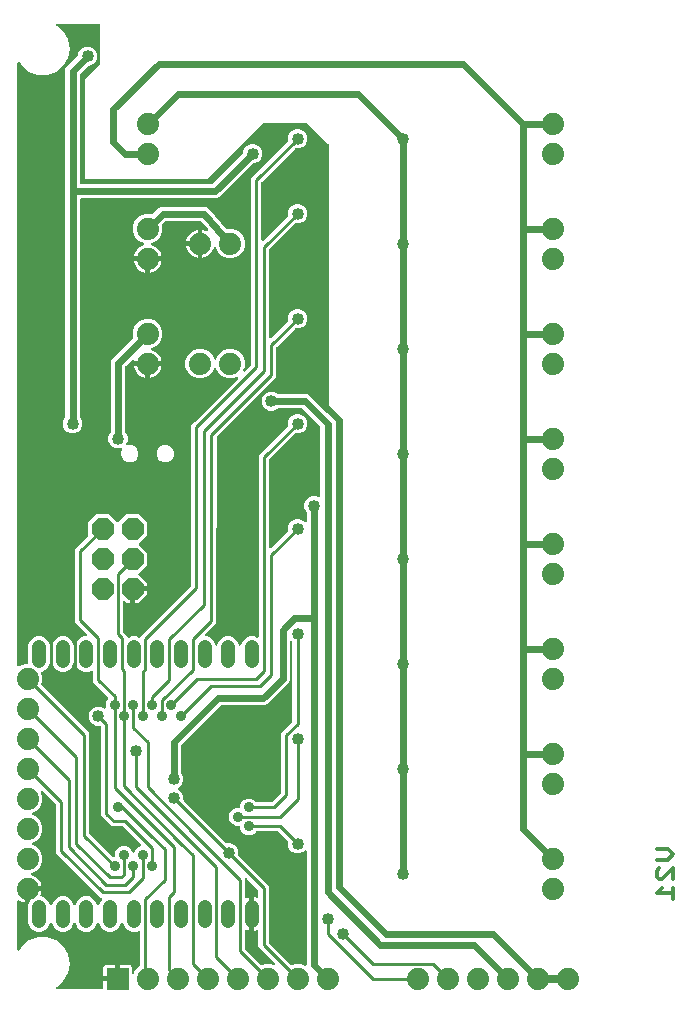
<source format=gbr>
G04 EAGLE Gerber RS-274X export*
G75*
%MOMM*%
%FSLAX34Y34*%
%LPD*%
%INBottom Copper*%
%IPPOS*%
%AMOC8*
5,1,8,0,0,1.08239X$1,22.5*%
G01*
%ADD10C,0.355600*%
%ADD11P,2.034460X8X292.500000*%
%ADD12C,1.879600*%
%ADD13R,1.879600X1.879600*%
%ADD14C,1.206500*%
%ADD15C,0.635000*%
%ADD16C,1.016000*%
%ADD17C,0.254000*%
%ADD18C,0.609600*%
%ADD19C,0.889000*%

G36*
X5166Y277107D02*
X5166Y277107D01*
X5196Y277106D01*
X5453Y277173D01*
X5469Y277177D01*
X10224Y279147D01*
X12404Y279147D01*
X12461Y279155D01*
X12520Y279153D01*
X12601Y279175D01*
X12685Y279187D01*
X12738Y279210D01*
X12795Y279225D01*
X12867Y279268D01*
X12944Y279303D01*
X12989Y279341D01*
X13039Y279370D01*
X13097Y279432D01*
X13161Y279486D01*
X13194Y279535D01*
X13234Y279578D01*
X13272Y279653D01*
X13319Y279723D01*
X13337Y279779D01*
X13363Y279831D01*
X13375Y279899D01*
X13405Y279994D01*
X13407Y280094D01*
X13419Y280162D01*
X13419Y295339D01*
X14801Y298677D01*
X17356Y301231D01*
X20694Y302614D01*
X24306Y302614D01*
X27644Y301231D01*
X30199Y298677D01*
X31562Y295385D01*
X31577Y295360D01*
X31586Y295332D01*
X31649Y295238D01*
X31707Y295140D01*
X31728Y295120D01*
X31744Y295096D01*
X31831Y295023D01*
X31913Y294945D01*
X31939Y294932D01*
X31962Y294913D01*
X32065Y294867D01*
X32166Y294815D01*
X32195Y294809D01*
X32222Y294797D01*
X32334Y294782D01*
X32445Y294760D01*
X32474Y294763D01*
X32503Y294758D01*
X32615Y294775D01*
X32728Y294784D01*
X32755Y294795D01*
X32785Y294799D01*
X32888Y294846D01*
X32993Y294886D01*
X33017Y294904D01*
X33044Y294916D01*
X33130Y294990D01*
X33220Y295058D01*
X33238Y295082D01*
X33260Y295101D01*
X33302Y295167D01*
X33390Y295286D01*
X33412Y295344D01*
X33438Y295385D01*
X34801Y298677D01*
X37356Y301231D01*
X40694Y302614D01*
X44306Y302614D01*
X47644Y301231D01*
X50199Y298677D01*
X51562Y295385D01*
X51577Y295360D01*
X51586Y295332D01*
X51649Y295238D01*
X51707Y295140D01*
X51728Y295120D01*
X51744Y295096D01*
X51831Y295023D01*
X51913Y294945D01*
X51939Y294932D01*
X51962Y294913D01*
X52065Y294867D01*
X52166Y294815D01*
X52195Y294809D01*
X52222Y294797D01*
X52334Y294782D01*
X52445Y294760D01*
X52474Y294762D01*
X52503Y294758D01*
X52615Y294775D01*
X52728Y294784D01*
X52755Y294795D01*
X52785Y294799D01*
X52888Y294846D01*
X52993Y294886D01*
X53017Y294904D01*
X53044Y294916D01*
X53130Y294990D01*
X53220Y295058D01*
X53238Y295081D01*
X53260Y295101D01*
X53302Y295167D01*
X53390Y295286D01*
X53412Y295344D01*
X53438Y295385D01*
X54801Y298677D01*
X57356Y301231D01*
X60694Y302614D01*
X62328Y302614D01*
X62357Y302618D01*
X62386Y302615D01*
X62497Y302638D01*
X62609Y302654D01*
X62636Y302666D01*
X62665Y302671D01*
X62765Y302723D01*
X62869Y302770D01*
X62891Y302789D01*
X62917Y302802D01*
X62999Y302880D01*
X63086Y302953D01*
X63102Y302978D01*
X63123Y302998D01*
X63180Y303096D01*
X63243Y303190D01*
X63252Y303218D01*
X63267Y303243D01*
X63295Y303353D01*
X63329Y303461D01*
X63330Y303491D01*
X63337Y303519D01*
X63333Y303632D01*
X63336Y303745D01*
X63329Y303774D01*
X63328Y303803D01*
X63293Y303911D01*
X63264Y304020D01*
X63249Y304046D01*
X63240Y304074D01*
X63195Y304137D01*
X63119Y304265D01*
X63074Y304308D01*
X63046Y304347D01*
X52831Y314561D01*
X52831Y376439D01*
X55658Y379266D01*
X63627Y387235D01*
X63662Y387281D01*
X63705Y387322D01*
X63747Y387395D01*
X63798Y387462D01*
X63819Y387517D01*
X63848Y387567D01*
X63869Y387649D01*
X63899Y387728D01*
X63904Y387786D01*
X63919Y387843D01*
X63916Y387927D01*
X63923Y388011D01*
X63911Y388068D01*
X63909Y388127D01*
X63884Y388207D01*
X63867Y388290D01*
X63840Y388342D01*
X63822Y388397D01*
X63782Y388454D01*
X63753Y388509D01*
X63753Y398856D01*
X71044Y406147D01*
X81356Y406147D01*
X88182Y399320D01*
X88229Y399285D01*
X88269Y399243D01*
X88342Y399200D01*
X88409Y399149D01*
X88464Y399129D01*
X88514Y399099D01*
X88596Y399078D01*
X88675Y399048D01*
X88733Y399043D01*
X88790Y399029D01*
X88874Y399032D01*
X88958Y399025D01*
X89016Y399036D01*
X89074Y399038D01*
X89154Y399064D01*
X89237Y399080D01*
X89289Y399107D01*
X89345Y399125D01*
X89401Y399165D01*
X89489Y399211D01*
X89562Y399280D01*
X89618Y399320D01*
X96444Y406147D01*
X106756Y406147D01*
X114047Y398856D01*
X114047Y388544D01*
X107220Y381718D01*
X107185Y381671D01*
X107143Y381631D01*
X107100Y381558D01*
X107049Y381491D01*
X107029Y381436D01*
X106999Y381386D01*
X106978Y381304D01*
X106948Y381225D01*
X106943Y381167D01*
X106929Y381110D01*
X106932Y381026D01*
X106925Y380942D01*
X106936Y380884D01*
X106938Y380826D01*
X106964Y380746D01*
X106980Y380663D01*
X107007Y380611D01*
X107025Y380555D01*
X107065Y380499D01*
X107111Y380411D01*
X107180Y380338D01*
X107220Y380282D01*
X114047Y373456D01*
X114047Y363144D01*
X106861Y355959D01*
X106826Y355912D01*
X106783Y355872D01*
X106741Y355799D01*
X106690Y355732D01*
X106669Y355677D01*
X106640Y355626D01*
X106619Y355545D01*
X106589Y355466D01*
X106584Y355407D01*
X106570Y355351D01*
X106572Y355267D01*
X106565Y355183D01*
X106577Y355125D01*
X106579Y355067D01*
X106605Y354987D01*
X106621Y354904D01*
X106648Y354852D01*
X106666Y354796D01*
X106706Y354740D01*
X106752Y354651D01*
X106821Y354579D01*
X106861Y354523D01*
X113539Y347845D01*
X113539Y344931D01*
X102616Y344931D01*
X102558Y344923D01*
X102500Y344925D01*
X102418Y344903D01*
X102335Y344891D01*
X102281Y344867D01*
X102225Y344853D01*
X102152Y344810D01*
X102075Y344775D01*
X102031Y344737D01*
X101980Y344707D01*
X101923Y344646D01*
X101858Y344591D01*
X101826Y344543D01*
X101786Y344500D01*
X101747Y344425D01*
X101701Y344355D01*
X101683Y344299D01*
X101656Y344247D01*
X101645Y344179D01*
X101615Y344084D01*
X101612Y343984D01*
X101601Y343916D01*
X101601Y342899D01*
X100584Y342899D01*
X100526Y342891D01*
X100468Y342892D01*
X100386Y342871D01*
X100303Y342859D01*
X100249Y342835D01*
X100193Y342821D01*
X100120Y342778D01*
X100043Y342743D01*
X99998Y342705D01*
X99948Y342675D01*
X99890Y342614D01*
X99826Y342559D01*
X99794Y342511D01*
X99754Y342468D01*
X99715Y342393D01*
X99669Y342323D01*
X99651Y342267D01*
X99624Y342215D01*
X99613Y342147D01*
X99583Y342052D01*
X99580Y341952D01*
X99569Y341884D01*
X99569Y330961D01*
X96655Y330961D01*
X94952Y332664D01*
X94928Y332682D01*
X94909Y332704D01*
X94815Y332767D01*
X94725Y332835D01*
X94697Y332846D01*
X94673Y332862D01*
X94565Y332896D01*
X94459Y332936D01*
X94430Y332939D01*
X94402Y332948D01*
X94288Y332951D01*
X94176Y332960D01*
X94147Y332954D01*
X94118Y332955D01*
X94008Y332926D01*
X93897Y332904D01*
X93871Y332891D01*
X93843Y332883D01*
X93745Y332825D01*
X93645Y332773D01*
X93623Y332753D01*
X93598Y332738D01*
X93521Y332655D01*
X93439Y332577D01*
X93424Y332552D01*
X93404Y332531D01*
X93352Y332430D01*
X93295Y332332D01*
X93288Y332304D01*
X93274Y332277D01*
X93261Y332200D01*
X93225Y332056D01*
X93227Y331994D01*
X93219Y331946D01*
X93219Y307009D01*
X93231Y306923D01*
X93234Y306835D01*
X93251Y306783D01*
X93259Y306728D01*
X93294Y306648D01*
X93321Y306565D01*
X93349Y306526D01*
X93375Y306469D01*
X93471Y306355D01*
X93516Y306292D01*
X96819Y302989D01*
X96819Y302528D01*
X96826Y302473D01*
X96825Y302432D01*
X96837Y302387D01*
X96845Y302300D01*
X96855Y302274D01*
X96859Y302247D01*
X96895Y302165D01*
X96897Y302157D01*
X96904Y302146D01*
X96906Y302142D01*
X96947Y302035D01*
X96963Y302013D01*
X96975Y301987D01*
X97049Y301900D01*
X97118Y301808D01*
X97141Y301791D01*
X97158Y301770D01*
X97254Y301707D01*
X97346Y301638D01*
X97372Y301628D01*
X97395Y301613D01*
X97505Y301578D01*
X97612Y301537D01*
X97640Y301535D01*
X97666Y301527D01*
X97781Y301524D01*
X97895Y301515D01*
X97920Y301520D01*
X97950Y301520D01*
X98143Y301570D01*
X98164Y301573D01*
X98178Y301579D01*
X98207Y301587D01*
X98223Y301590D01*
X100694Y302614D01*
X104306Y302614D01*
X106791Y301585D01*
X106792Y301584D01*
X106794Y301583D01*
X106928Y301549D01*
X107066Y301514D01*
X107068Y301514D01*
X107069Y301513D01*
X107210Y301518D01*
X107350Y301522D01*
X107352Y301522D01*
X107353Y301522D01*
X107486Y301565D01*
X107621Y301609D01*
X107622Y301609D01*
X107624Y301610D01*
X107636Y301618D01*
X107732Y301683D01*
X107746Y301689D01*
X107763Y301704D01*
X107857Y301767D01*
X107877Y301790D01*
X107897Y301805D01*
X111008Y304916D01*
X111009Y304916D01*
X150959Y344867D01*
X151011Y344936D01*
X151071Y345000D01*
X151097Y345050D01*
X151130Y345094D01*
X151161Y345175D01*
X151201Y345253D01*
X151209Y345301D01*
X151231Y345359D01*
X151243Y345507D01*
X151256Y345584D01*
X151256Y481214D01*
X154083Y484041D01*
X190477Y520434D01*
X190528Y520503D01*
X190587Y520565D01*
X190613Y520616D01*
X190647Y520661D01*
X190678Y520742D01*
X190717Y520818D01*
X190728Y520874D01*
X190749Y520927D01*
X190756Y521013D01*
X190772Y521097D01*
X190768Y521154D01*
X190772Y521210D01*
X190755Y521295D01*
X190748Y521380D01*
X190728Y521433D01*
X190716Y521489D01*
X190677Y521565D01*
X190646Y521645D01*
X190612Y521691D01*
X190585Y521741D01*
X190526Y521804D01*
X190474Y521872D01*
X190429Y521906D01*
X190390Y521947D01*
X190315Y521991D01*
X190247Y522042D01*
X190193Y522062D01*
X190144Y522091D01*
X190061Y522112D01*
X189981Y522143D01*
X189924Y522147D01*
X189869Y522161D01*
X189783Y522159D01*
X189697Y522165D01*
X189649Y522154D01*
X189585Y522152D01*
X189447Y522108D01*
X189370Y522090D01*
X186626Y520953D01*
X181674Y520953D01*
X177099Y522848D01*
X173598Y526349D01*
X172388Y529271D01*
X172373Y529296D01*
X172364Y529324D01*
X172301Y529419D01*
X172243Y529516D01*
X172222Y529536D01*
X172206Y529561D01*
X172119Y529634D01*
X172037Y529711D01*
X172011Y529725D01*
X171988Y529744D01*
X171885Y529790D01*
X171784Y529841D01*
X171755Y529847D01*
X171728Y529859D01*
X171616Y529875D01*
X171505Y529896D01*
X171476Y529894D01*
X171447Y529898D01*
X171335Y529882D01*
X171222Y529872D01*
X171195Y529861D01*
X171165Y529857D01*
X171062Y529811D01*
X170957Y529770D01*
X170933Y529752D01*
X170906Y529740D01*
X170820Y529667D01*
X170730Y529598D01*
X170712Y529575D01*
X170690Y529556D01*
X170648Y529489D01*
X170560Y529371D01*
X170538Y529312D01*
X170512Y529271D01*
X169302Y526349D01*
X165801Y522848D01*
X161226Y520953D01*
X156274Y520953D01*
X151699Y522848D01*
X148198Y526349D01*
X146303Y530924D01*
X146303Y535876D01*
X148198Y540451D01*
X151699Y543952D01*
X156274Y545847D01*
X161226Y545847D01*
X165801Y543952D01*
X169302Y540451D01*
X170512Y537529D01*
X170527Y537504D01*
X170536Y537476D01*
X170599Y537381D01*
X170657Y537284D01*
X170678Y537264D01*
X170694Y537239D01*
X170781Y537167D01*
X170863Y537089D01*
X170889Y537075D01*
X170912Y537057D01*
X171015Y537011D01*
X171116Y536959D01*
X171145Y536953D01*
X171172Y536941D01*
X171284Y536925D01*
X171395Y536904D01*
X171424Y536906D01*
X171453Y536902D01*
X171565Y536918D01*
X171678Y536928D01*
X171705Y536939D01*
X171734Y536943D01*
X171838Y536989D01*
X171943Y537030D01*
X171967Y537048D01*
X171994Y537060D01*
X172080Y537133D01*
X172170Y537202D01*
X172188Y537225D01*
X172210Y537244D01*
X172252Y537311D01*
X172340Y537429D01*
X172362Y537488D01*
X172388Y537529D01*
X173598Y540451D01*
X177099Y543952D01*
X181674Y545847D01*
X186626Y545847D01*
X191201Y543952D01*
X194702Y540451D01*
X196597Y535876D01*
X196597Y530924D01*
X195460Y528180D01*
X195439Y528097D01*
X195408Y528016D01*
X195403Y527960D01*
X195389Y527905D01*
X195392Y527819D01*
X195384Y527733D01*
X195396Y527677D01*
X195397Y527620D01*
X195423Y527539D01*
X195440Y527454D01*
X195466Y527404D01*
X195484Y527350D01*
X195532Y527278D01*
X195571Y527202D01*
X195610Y527161D01*
X195642Y527113D01*
X195708Y527058D01*
X195767Y526996D01*
X195816Y526967D01*
X195860Y526931D01*
X195938Y526896D01*
X196012Y526852D01*
X196067Y526838D01*
X196119Y526815D01*
X196205Y526803D01*
X196288Y526782D01*
X196345Y526784D01*
X196401Y526776D01*
X196486Y526788D01*
X196572Y526791D01*
X196626Y526809D01*
X196682Y526817D01*
X196761Y526852D01*
X196842Y526879D01*
X196883Y526907D01*
X196942Y526934D01*
X197052Y527028D01*
X197116Y527073D01*
X201759Y531717D01*
X201811Y531786D01*
X201871Y531850D01*
X201897Y531900D01*
X201930Y531944D01*
X201961Y532025D01*
X202001Y532103D01*
X202009Y532151D01*
X202031Y532209D01*
X202043Y532357D01*
X202056Y532434D01*
X202056Y690764D01*
X232874Y721582D01*
X232926Y721651D01*
X232986Y721715D01*
X233012Y721765D01*
X233045Y721809D01*
X233076Y721890D01*
X233116Y721968D01*
X233124Y722016D01*
X233146Y722074D01*
X233158Y722222D01*
X233171Y722299D01*
X233171Y725517D01*
X234409Y728505D01*
X236695Y730791D01*
X239683Y732029D01*
X242917Y732029D01*
X245905Y730791D01*
X248191Y728505D01*
X249429Y725517D01*
X249429Y722283D01*
X248191Y719295D01*
X245905Y717009D01*
X242917Y715771D01*
X239699Y715771D01*
X239613Y715759D01*
X239525Y715756D01*
X239473Y715739D01*
X239418Y715731D01*
X239338Y715696D01*
X239255Y715669D01*
X239216Y715641D01*
X239159Y715615D01*
X239045Y715519D01*
X238982Y715474D01*
X210991Y687483D01*
X210939Y687414D01*
X210879Y687350D01*
X210853Y687300D01*
X210820Y687256D01*
X210789Y687175D01*
X210749Y687097D01*
X210741Y687049D01*
X210719Y686991D01*
X210707Y686843D01*
X210694Y686766D01*
X210694Y638352D01*
X210698Y638323D01*
X210695Y638294D01*
X210718Y638183D01*
X210734Y638071D01*
X210746Y638044D01*
X210751Y638015D01*
X210803Y637915D01*
X210850Y637811D01*
X210869Y637789D01*
X210882Y637763D01*
X210960Y637681D01*
X211033Y637594D01*
X211058Y637578D01*
X211078Y637557D01*
X211176Y637500D01*
X211270Y637437D01*
X211298Y637428D01*
X211323Y637413D01*
X211433Y637385D01*
X211541Y637351D01*
X211571Y637350D01*
X211599Y637343D01*
X211712Y637347D01*
X211825Y637344D01*
X211854Y637351D01*
X211883Y637352D01*
X211991Y637387D01*
X212100Y637416D01*
X212126Y637431D01*
X212154Y637440D01*
X212217Y637485D01*
X212345Y637561D01*
X212388Y637606D01*
X212427Y637634D01*
X232874Y658082D01*
X232926Y658151D01*
X232986Y658215D01*
X233012Y658265D01*
X233045Y658309D01*
X233076Y658390D01*
X233116Y658468D01*
X233124Y658516D01*
X233146Y658574D01*
X233158Y658722D01*
X233171Y658799D01*
X233171Y662017D01*
X234409Y665005D01*
X236695Y667291D01*
X239683Y668529D01*
X242917Y668529D01*
X245905Y667291D01*
X248191Y665005D01*
X249429Y662017D01*
X249429Y658783D01*
X248191Y655795D01*
X245905Y653509D01*
X242917Y652271D01*
X239699Y652271D01*
X239613Y652259D01*
X239525Y652256D01*
X239473Y652239D01*
X239418Y652231D01*
X239338Y652196D01*
X239255Y652169D01*
X239216Y652141D01*
X239159Y652115D01*
X239045Y652019D01*
X238982Y651974D01*
X217341Y630333D01*
X217289Y630264D01*
X217229Y630200D01*
X217203Y630150D01*
X217170Y630106D01*
X217139Y630025D01*
X217099Y629947D01*
X217091Y629899D01*
X217069Y629841D01*
X217057Y629693D01*
X217044Y629616D01*
X217044Y555802D01*
X217048Y555773D01*
X217045Y555744D01*
X217068Y555633D01*
X217084Y555521D01*
X217096Y555494D01*
X217101Y555465D01*
X217153Y555365D01*
X217200Y555261D01*
X217219Y555239D01*
X217232Y555213D01*
X217310Y555131D01*
X217383Y555044D01*
X217408Y555028D01*
X217428Y555007D01*
X217526Y554950D01*
X217620Y554887D01*
X217648Y554878D01*
X217673Y554863D01*
X217783Y554835D01*
X217891Y554801D01*
X217921Y554800D01*
X217949Y554793D01*
X218062Y554797D01*
X218175Y554794D01*
X218204Y554801D01*
X218233Y554802D01*
X218341Y554837D01*
X218450Y554866D01*
X218476Y554881D01*
X218504Y554890D01*
X218567Y554935D01*
X218695Y555011D01*
X218738Y555056D01*
X218777Y555084D01*
X232874Y569182D01*
X232926Y569251D01*
X232986Y569315D01*
X233012Y569365D01*
X233045Y569409D01*
X233076Y569490D01*
X233116Y569568D01*
X233124Y569616D01*
X233146Y569674D01*
X233158Y569822D01*
X233171Y569899D01*
X233171Y573117D01*
X234409Y576105D01*
X236695Y578391D01*
X239683Y579629D01*
X242917Y579629D01*
X245905Y578391D01*
X248191Y576105D01*
X249429Y573117D01*
X249429Y569883D01*
X248191Y566895D01*
X245905Y564609D01*
X242917Y563371D01*
X239699Y563371D01*
X239613Y563359D01*
X239525Y563356D01*
X239473Y563339D01*
X239418Y563331D01*
X239338Y563296D01*
X239255Y563269D01*
X239216Y563241D01*
X239159Y563215D01*
X239045Y563119D01*
X238982Y563074D01*
X223691Y547783D01*
X223639Y547714D01*
X223579Y547650D01*
X223553Y547600D01*
X223520Y547556D01*
X223489Y547475D01*
X223449Y547397D01*
X223441Y547349D01*
X223419Y547291D01*
X223407Y547143D01*
X223394Y547066D01*
X223394Y522086D01*
X172990Y471682D01*
X172937Y471613D01*
X172878Y471549D01*
X172852Y471499D01*
X172819Y471455D01*
X172788Y471373D01*
X172748Y471296D01*
X172740Y471248D01*
X172718Y471189D01*
X172705Y471042D01*
X172692Y470965D01*
X172594Y315911D01*
X172594Y314122D01*
X171339Y312869D01*
X171339Y312868D01*
X171338Y312868D01*
X162817Y304347D01*
X162799Y304323D01*
X162777Y304304D01*
X162714Y304210D01*
X162646Y304120D01*
X162636Y304092D01*
X162619Y304068D01*
X162585Y303960D01*
X162545Y303854D01*
X162542Y303825D01*
X162534Y303797D01*
X162531Y303683D01*
X162521Y303571D01*
X162527Y303542D01*
X162526Y303513D01*
X162555Y303403D01*
X162577Y303292D01*
X162591Y303266D01*
X162598Y303238D01*
X162656Y303140D01*
X162708Y303040D01*
X162728Y303018D01*
X162743Y302993D01*
X162826Y302916D01*
X162904Y302834D01*
X162929Y302819D01*
X162951Y302799D01*
X163052Y302747D01*
X163149Y302690D01*
X163178Y302683D01*
X163204Y302669D01*
X163281Y302656D01*
X163425Y302620D01*
X163487Y302622D01*
X163535Y302614D01*
X164306Y302614D01*
X167644Y301231D01*
X170199Y298677D01*
X171562Y295385D01*
X171577Y295360D01*
X171586Y295332D01*
X171649Y295238D01*
X171707Y295140D01*
X171728Y295120D01*
X171744Y295096D01*
X171831Y295023D01*
X171913Y294945D01*
X171939Y294932D01*
X171962Y294913D01*
X172065Y294867D01*
X172166Y294815D01*
X172195Y294809D01*
X172222Y294797D01*
X172334Y294782D01*
X172445Y294760D01*
X172474Y294762D01*
X172503Y294758D01*
X172615Y294775D01*
X172728Y294784D01*
X172755Y294795D01*
X172785Y294799D01*
X172888Y294846D01*
X172993Y294886D01*
X173017Y294904D01*
X173044Y294916D01*
X173130Y294990D01*
X173220Y295058D01*
X173238Y295081D01*
X173260Y295101D01*
X173302Y295167D01*
X173390Y295286D01*
X173412Y295344D01*
X173438Y295385D01*
X174801Y298677D01*
X177356Y301231D01*
X180694Y302614D01*
X184306Y302614D01*
X187644Y301231D01*
X190199Y298677D01*
X191562Y295385D01*
X191577Y295360D01*
X191586Y295332D01*
X191649Y295238D01*
X191707Y295140D01*
X191728Y295120D01*
X191744Y295096D01*
X191831Y295023D01*
X191913Y294945D01*
X191939Y294932D01*
X191962Y294913D01*
X192065Y294867D01*
X192166Y294815D01*
X192195Y294809D01*
X192222Y294797D01*
X192334Y294782D01*
X192445Y294760D01*
X192474Y294762D01*
X192503Y294758D01*
X192615Y294775D01*
X192728Y294784D01*
X192755Y294795D01*
X192785Y294799D01*
X192888Y294846D01*
X192993Y294886D01*
X193017Y294904D01*
X193044Y294916D01*
X193130Y294990D01*
X193220Y295058D01*
X193238Y295081D01*
X193260Y295101D01*
X193302Y295167D01*
X193390Y295286D01*
X193412Y295344D01*
X193438Y295385D01*
X194801Y298677D01*
X197356Y301231D01*
X200694Y302614D01*
X204306Y302614D01*
X207002Y301497D01*
X207114Y301468D01*
X207223Y301434D01*
X207251Y301433D01*
X207278Y301426D01*
X207392Y301429D01*
X207507Y301426D01*
X207534Y301433D01*
X207562Y301434D01*
X207671Y301469D01*
X207782Y301498D01*
X207806Y301512D01*
X207833Y301521D01*
X207928Y301585D01*
X208027Y301643D01*
X208046Y301664D01*
X208069Y301679D01*
X208143Y301767D01*
X208221Y301851D01*
X208234Y301875D01*
X208252Y301897D01*
X208298Y302001D01*
X208351Y302104D01*
X208355Y302128D01*
X208367Y302156D01*
X208404Y302420D01*
X208406Y302435D01*
X208406Y455814D01*
X232874Y480282D01*
X232926Y480351D01*
X232986Y480415D01*
X233012Y480465D01*
X233045Y480509D01*
X233076Y480590D01*
X233116Y480668D01*
X233124Y480716D01*
X233146Y480774D01*
X233158Y480922D01*
X233171Y480999D01*
X233171Y484217D01*
X234409Y487205D01*
X236695Y489491D01*
X239683Y490729D01*
X242917Y490729D01*
X245905Y489491D01*
X248191Y487205D01*
X249429Y484217D01*
X249429Y480983D01*
X248191Y477995D01*
X245905Y475709D01*
X242917Y474471D01*
X239699Y474471D01*
X239613Y474459D01*
X239525Y474456D01*
X239473Y474439D01*
X239418Y474431D01*
X239338Y474396D01*
X239255Y474369D01*
X239216Y474341D01*
X239159Y474315D01*
X239045Y474219D01*
X238982Y474174D01*
X217341Y452533D01*
X217289Y452464D01*
X217229Y452400D01*
X217203Y452350D01*
X217170Y452306D01*
X217139Y452225D01*
X217099Y452147D01*
X217091Y452099D01*
X217069Y452041D01*
X217064Y451977D01*
X217058Y451958D01*
X217056Y451888D01*
X217044Y451816D01*
X217044Y378002D01*
X217048Y377973D01*
X217045Y377944D01*
X217068Y377833D01*
X217084Y377721D01*
X217096Y377694D01*
X217101Y377665D01*
X217153Y377565D01*
X217200Y377461D01*
X217219Y377439D01*
X217232Y377413D01*
X217310Y377331D01*
X217383Y377244D01*
X217408Y377228D01*
X217428Y377207D01*
X217526Y377150D01*
X217620Y377087D01*
X217648Y377078D01*
X217673Y377063D01*
X217783Y377035D01*
X217891Y377001D01*
X217921Y377000D01*
X217949Y376993D01*
X218062Y376997D01*
X218175Y376994D01*
X218204Y377001D01*
X218233Y377002D01*
X218341Y377037D01*
X218450Y377066D01*
X218476Y377081D01*
X218504Y377090D01*
X218567Y377135D01*
X218695Y377211D01*
X218738Y377256D01*
X218777Y377284D01*
X232874Y391382D01*
X232926Y391451D01*
X232986Y391515D01*
X233012Y391565D01*
X233045Y391609D01*
X233076Y391690D01*
X233116Y391768D01*
X233124Y391816D01*
X233146Y391874D01*
X233158Y392022D01*
X233171Y392099D01*
X233171Y395317D01*
X234409Y398305D01*
X236695Y400591D01*
X239683Y401829D01*
X242917Y401829D01*
X245905Y400591D01*
X247170Y399326D01*
X247194Y399308D01*
X247213Y399286D01*
X247307Y399223D01*
X247397Y399155D01*
X247425Y399144D01*
X247449Y399128D01*
X247557Y399094D01*
X247663Y399054D01*
X247692Y399051D01*
X247720Y399042D01*
X247834Y399039D01*
X247946Y399030D01*
X247975Y399036D01*
X248004Y399035D01*
X248114Y399064D01*
X248225Y399086D01*
X248251Y399099D01*
X248279Y399107D01*
X248377Y399164D01*
X248477Y399217D01*
X248499Y399237D01*
X248524Y399252D01*
X248601Y399334D01*
X248683Y399413D01*
X248698Y399438D01*
X248718Y399459D01*
X248770Y399560D01*
X248827Y399658D01*
X248834Y399686D01*
X248848Y399712D01*
X248861Y399790D01*
X248897Y399933D01*
X248895Y399996D01*
X248903Y400044D01*
X248903Y407405D01*
X248891Y407492D01*
X248888Y407579D01*
X248871Y407632D01*
X248863Y407687D01*
X248828Y407767D01*
X248801Y407850D01*
X248773Y407889D01*
X248747Y407946D01*
X248651Y408060D01*
X248606Y408123D01*
X248109Y408620D01*
X246871Y411608D01*
X246871Y414842D01*
X248109Y417830D01*
X250395Y420116D01*
X253383Y421354D01*
X256617Y421354D01*
X259199Y420284D01*
X259311Y420255D01*
X259420Y420221D01*
X259448Y420220D01*
X259475Y420213D01*
X259589Y420216D01*
X259704Y420213D01*
X259731Y420220D01*
X259759Y420221D01*
X259868Y420256D01*
X259979Y420285D01*
X260003Y420299D01*
X260030Y420308D01*
X260125Y420372D01*
X260224Y420430D01*
X260243Y420451D01*
X260266Y420466D01*
X260340Y420554D01*
X260418Y420638D01*
X260431Y420663D01*
X260449Y420684D01*
X260495Y420789D01*
X260548Y420891D01*
X260552Y420916D01*
X260564Y420943D01*
X260601Y421207D01*
X260603Y421222D01*
X260603Y479654D01*
X260591Y479741D01*
X260588Y479828D01*
X260571Y479881D01*
X260563Y479936D01*
X260528Y480015D01*
X260501Y480099D01*
X260473Y480138D01*
X260447Y480195D01*
X260351Y480308D01*
X260306Y480372D01*
X245422Y495256D01*
X245352Y495308D01*
X245288Y495368D01*
X245239Y495394D01*
X245195Y495427D01*
X245113Y495458D01*
X245035Y495498D01*
X244988Y495506D01*
X244929Y495528D01*
X244781Y495540D01*
X244704Y495553D01*
X224895Y495553D01*
X224808Y495541D01*
X224721Y495538D01*
X224668Y495521D01*
X224613Y495513D01*
X224533Y495478D01*
X224450Y495451D01*
X224411Y495423D01*
X224354Y495397D01*
X224240Y495301D01*
X224177Y495256D01*
X223680Y494759D01*
X220692Y493521D01*
X217458Y493521D01*
X214470Y494759D01*
X212184Y497045D01*
X210946Y500033D01*
X210946Y503267D01*
X212184Y506255D01*
X214470Y508541D01*
X217458Y509779D01*
X220692Y509779D01*
X223680Y508541D01*
X224177Y508044D01*
X224246Y507992D01*
X224310Y507932D01*
X224360Y507906D01*
X224404Y507873D01*
X224486Y507842D01*
X224564Y507802D01*
X224611Y507794D01*
X224670Y507772D01*
X224817Y507760D01*
X224895Y507747D01*
X248863Y507747D01*
X251104Y506819D01*
X265982Y491940D01*
X266006Y491922D01*
X266025Y491900D01*
X266119Y491837D01*
X266209Y491769D01*
X266237Y491759D01*
X266261Y491742D01*
X266369Y491708D01*
X266475Y491668D01*
X266504Y491665D01*
X266532Y491657D01*
X266646Y491654D01*
X266758Y491644D01*
X266787Y491650D01*
X266816Y491649D01*
X266926Y491678D01*
X267037Y491700D01*
X267063Y491714D01*
X267091Y491721D01*
X267189Y491779D01*
X267289Y491831D01*
X267311Y491851D01*
X267336Y491866D01*
X267413Y491949D01*
X267495Y492027D01*
X267510Y492052D01*
X267530Y492074D01*
X267582Y492175D01*
X267639Y492272D01*
X267646Y492301D01*
X267660Y492327D01*
X267673Y492404D01*
X267709Y492548D01*
X267707Y492610D01*
X267715Y492658D01*
X267715Y718640D01*
X267703Y718726D01*
X267700Y718814D01*
X267683Y718866D01*
X267675Y718921D01*
X267640Y719001D01*
X267613Y719084D01*
X267585Y719123D01*
X267559Y719180D01*
X267463Y719294D01*
X267418Y719357D01*
X249457Y737318D01*
X249388Y737370D01*
X249324Y737430D01*
X249274Y737456D01*
X249230Y737489D01*
X249149Y737520D01*
X249071Y737560D01*
X249023Y737568D01*
X248965Y737590D01*
X248817Y737602D01*
X248740Y737615D01*
X212725Y737615D01*
X212638Y737603D01*
X212551Y737600D01*
X212498Y737583D01*
X212444Y737575D01*
X212364Y737540D01*
X212280Y737513D01*
X212241Y737485D01*
X212184Y737459D01*
X212071Y737363D01*
X212007Y737318D01*
X164680Y689990D01*
X61340Y689990D01*
X61340Y774280D01*
X73743Y786682D01*
X73795Y786752D01*
X73855Y786816D01*
X73881Y786865D01*
X73914Y786909D01*
X73945Y786991D01*
X73985Y787069D01*
X73993Y787117D01*
X74015Y787175D01*
X74027Y787323D01*
X74040Y787400D01*
X74040Y820420D01*
X74032Y820478D01*
X74034Y820536D01*
X74012Y820618D01*
X74000Y820702D01*
X73977Y820755D01*
X73962Y820811D01*
X73919Y820884D01*
X73884Y820961D01*
X73846Y821006D01*
X73817Y821056D01*
X73755Y821114D01*
X73701Y821178D01*
X73652Y821210D01*
X73609Y821250D01*
X73534Y821289D01*
X73464Y821336D01*
X73408Y821353D01*
X73356Y821380D01*
X73288Y821391D01*
X73193Y821421D01*
X73093Y821424D01*
X73025Y821435D01*
X37933Y821435D01*
X37860Y821425D01*
X37786Y821425D01*
X37720Y821405D01*
X37651Y821395D01*
X37584Y821365D01*
X37514Y821345D01*
X37455Y821308D01*
X37392Y821279D01*
X37336Y821232D01*
X37274Y821192D01*
X37228Y821140D01*
X37175Y821096D01*
X37134Y821034D01*
X37085Y820979D01*
X37056Y820917D01*
X37017Y820859D01*
X36995Y820789D01*
X36964Y820722D01*
X36952Y820654D01*
X36932Y820588D01*
X36930Y820514D01*
X36918Y820442D01*
X36926Y820373D01*
X36924Y820304D01*
X36943Y820233D01*
X36952Y820159D01*
X36979Y820096D01*
X36996Y820029D01*
X37034Y819965D01*
X37062Y819898D01*
X37101Y819853D01*
X37141Y819784D01*
X37231Y819700D01*
X37280Y819642D01*
X42985Y814856D01*
X46971Y807951D01*
X48355Y800100D01*
X46971Y792249D01*
X42985Y785345D01*
X36878Y780220D01*
X29386Y777493D01*
X21414Y777493D01*
X13922Y780220D01*
X7815Y785344D01*
X5959Y788559D01*
X5947Y788574D01*
X5939Y788592D01*
X5860Y788686D01*
X5784Y788783D01*
X5768Y788794D01*
X5755Y788809D01*
X5653Y788878D01*
X5554Y788949D01*
X5535Y788956D01*
X5519Y788967D01*
X5401Y789004D01*
X5286Y789046D01*
X5266Y789047D01*
X5248Y789053D01*
X5125Y789056D01*
X5002Y789064D01*
X4983Y789059D01*
X4964Y789060D01*
X4845Y789029D01*
X4725Y789002D01*
X4707Y788993D01*
X4689Y788988D01*
X4583Y788926D01*
X4475Y788867D01*
X4461Y788853D01*
X4444Y788843D01*
X4360Y788753D01*
X4273Y788667D01*
X4263Y788650D01*
X4250Y788636D01*
X4194Y788526D01*
X4134Y788419D01*
X4129Y788400D01*
X4120Y788382D01*
X4108Y788310D01*
X4069Y788142D01*
X4071Y788091D01*
X4065Y788051D01*
X4065Y278115D01*
X4071Y278067D01*
X4071Y278066D01*
X4072Y278064D01*
X4081Y278001D01*
X4091Y277887D01*
X4101Y277861D01*
X4105Y277833D01*
X4152Y277728D01*
X4193Y277621D01*
X4209Y277599D01*
X4221Y277574D01*
X4295Y277486D01*
X4364Y277395D01*
X4387Y277378D01*
X4404Y277357D01*
X4500Y277293D01*
X4592Y277225D01*
X4618Y277215D01*
X4641Y277199D01*
X4751Y277165D01*
X4858Y277124D01*
X4886Y277122D01*
X4912Y277114D01*
X5027Y277111D01*
X5141Y277101D01*
X5166Y277107D01*
G37*
G36*
X247889Y23537D02*
X247889Y23537D01*
X248004Y23534D01*
X248031Y23541D01*
X248059Y23542D01*
X248168Y23577D01*
X248279Y23606D01*
X248303Y23620D01*
X248330Y23628D01*
X248425Y23692D01*
X248524Y23751D01*
X248543Y23771D01*
X248566Y23786D01*
X248640Y23874D01*
X248718Y23958D01*
X248731Y23983D01*
X248749Y24004D01*
X248795Y24109D01*
X248848Y24211D01*
X248852Y24236D01*
X248864Y24264D01*
X248901Y24528D01*
X248903Y24542D01*
X248903Y120656D01*
X248899Y120686D01*
X248902Y120715D01*
X248879Y120826D01*
X248863Y120938D01*
X248851Y120965D01*
X248846Y120994D01*
X248793Y121094D01*
X248747Y121197D01*
X248728Y121220D01*
X248715Y121246D01*
X248637Y121328D01*
X248564Y121414D01*
X248539Y121431D01*
X248519Y121452D01*
X248421Y121509D01*
X248327Y121572D01*
X248299Y121581D01*
X248274Y121596D01*
X248164Y121623D01*
X248056Y121658D01*
X248026Y121659D01*
X247998Y121666D01*
X247885Y121662D01*
X247772Y121665D01*
X247743Y121658D01*
X247714Y121657D01*
X247606Y121622D01*
X247497Y121593D01*
X247471Y121578D01*
X247443Y121569D01*
X247379Y121524D01*
X247252Y121448D01*
X247209Y121402D01*
X247170Y121374D01*
X245905Y120109D01*
X242917Y118871D01*
X239683Y118871D01*
X236695Y120109D01*
X234409Y122395D01*
X233171Y125383D01*
X233171Y128601D01*
X233159Y128687D01*
X233156Y128775D01*
X233139Y128827D01*
X233131Y128882D01*
X233096Y128962D01*
X233069Y129045D01*
X233041Y129084D01*
X233015Y129142D01*
X232919Y129255D01*
X232874Y129318D01*
X225008Y137184D01*
X224939Y137236D01*
X224875Y137296D01*
X224825Y137322D01*
X224781Y137355D01*
X224700Y137386D01*
X224622Y137426D01*
X224574Y137434D01*
X224516Y137456D01*
X224368Y137468D01*
X224291Y137481D01*
X206725Y137481D01*
X206638Y137469D01*
X206551Y137466D01*
X206498Y137449D01*
X206443Y137441D01*
X206363Y137406D01*
X206280Y137379D01*
X206241Y137351D01*
X206184Y137325D01*
X206070Y137229D01*
X206007Y137184D01*
X204270Y135447D01*
X201516Y134306D01*
X198534Y134306D01*
X195780Y135447D01*
X193672Y137555D01*
X192531Y140309D01*
X192531Y141291D01*
X192523Y141349D01*
X192525Y141407D01*
X192503Y141489D01*
X192491Y141573D01*
X192468Y141626D01*
X192453Y141682D01*
X192410Y141755D01*
X192375Y141832D01*
X192337Y141877D01*
X192308Y141927D01*
X192246Y141985D01*
X192192Y142049D01*
X192143Y142081D01*
X192100Y142121D01*
X192025Y142160D01*
X191955Y142207D01*
X191899Y142224D01*
X191847Y142251D01*
X191779Y142262D01*
X191684Y142292D01*
X191584Y142295D01*
X191516Y142306D01*
X189009Y142306D01*
X186255Y143447D01*
X184147Y145555D01*
X183006Y148309D01*
X183006Y151291D01*
X184147Y154045D01*
X186255Y156153D01*
X189009Y157294D01*
X191516Y157294D01*
X191574Y157302D01*
X191632Y157300D01*
X191714Y157322D01*
X191798Y157334D01*
X191851Y157357D01*
X191907Y157372D01*
X191980Y157415D01*
X192057Y157450D01*
X192102Y157488D01*
X192152Y157517D01*
X192210Y157579D01*
X192274Y157633D01*
X192306Y157682D01*
X192346Y157725D01*
X192385Y157800D01*
X192432Y157870D01*
X192449Y157926D01*
X192476Y157978D01*
X192487Y158046D01*
X192517Y158141D01*
X192520Y158241D01*
X192531Y158309D01*
X192531Y159291D01*
X193672Y162045D01*
X195780Y164153D01*
X198534Y165294D01*
X201516Y165294D01*
X204270Y164153D01*
X206007Y162416D01*
X206076Y162364D01*
X206140Y162304D01*
X206190Y162278D01*
X206234Y162245D01*
X206316Y162214D01*
X206393Y162174D01*
X206441Y162166D01*
X206500Y162144D01*
X206647Y162132D01*
X206725Y162119D01*
X219091Y162119D01*
X219177Y162131D01*
X219265Y162134D01*
X219317Y162151D01*
X219372Y162159D01*
X219452Y162194D01*
X219535Y162221D01*
X219574Y162249D01*
X219631Y162275D01*
X219745Y162371D01*
X219808Y162416D01*
X227159Y169767D01*
X227211Y169836D01*
X227271Y169900D01*
X227297Y169950D01*
X227330Y169994D01*
X227361Y170075D01*
X227401Y170153D01*
X227409Y170201D01*
X227431Y170259D01*
X227443Y170407D01*
X227456Y170484D01*
X227456Y220864D01*
X236684Y230092D01*
X236736Y230161D01*
X236796Y230225D01*
X236822Y230275D01*
X236855Y230319D01*
X236886Y230400D01*
X236926Y230478D01*
X236934Y230526D01*
X236956Y230584D01*
X236968Y230732D01*
X236981Y230809D01*
X236981Y297202D01*
X236969Y297289D01*
X236966Y297376D01*
X236949Y297429D01*
X236941Y297484D01*
X236906Y297564D01*
X236879Y297647D01*
X236851Y297686D01*
X236825Y297743D01*
X236729Y297856D01*
X236684Y297920D01*
X236430Y298174D01*
X236406Y298192D01*
X236387Y298214D01*
X236293Y298277D01*
X236203Y298345D01*
X236175Y298356D01*
X236151Y298372D01*
X236043Y298406D01*
X235937Y298446D01*
X235908Y298449D01*
X235880Y298458D01*
X235767Y298461D01*
X235654Y298470D01*
X235625Y298464D01*
X235596Y298465D01*
X235486Y298437D01*
X235375Y298414D01*
X235349Y298401D01*
X235321Y298393D01*
X235223Y298335D01*
X235123Y298283D01*
X235101Y298263D01*
X235076Y298248D01*
X234999Y298165D01*
X234917Y298087D01*
X234902Y298062D01*
X234882Y298041D01*
X234830Y297940D01*
X234773Y297842D01*
X234766Y297814D01*
X234752Y297788D01*
X234739Y297710D01*
X234703Y297567D01*
X234705Y297504D01*
X234697Y297456D01*
X234697Y265487D01*
X233769Y263246D01*
X215504Y244981D01*
X213263Y244053D01*
X176896Y244053D01*
X176809Y244041D01*
X176722Y244038D01*
X176669Y244021D01*
X176614Y244013D01*
X176534Y243978D01*
X176451Y243951D01*
X176412Y243923D01*
X176355Y243897D01*
X176242Y243801D01*
X176178Y243756D01*
X142919Y210497D01*
X142867Y210427D01*
X142807Y210363D01*
X142781Y210314D01*
X142748Y210270D01*
X142717Y210188D01*
X142677Y210110D01*
X142669Y210063D01*
X142647Y210004D01*
X142635Y209856D01*
X142622Y209779D01*
X142622Y187620D01*
X142634Y187533D01*
X142637Y187446D01*
X142654Y187393D01*
X142662Y187338D01*
X142697Y187258D01*
X142724Y187175D01*
X142752Y187136D01*
X142778Y187079D01*
X142874Y186965D01*
X142919Y186902D01*
X143416Y186405D01*
X144654Y183417D01*
X144654Y180183D01*
X143416Y177195D01*
X141130Y174909D01*
X140566Y174675D01*
X140541Y174661D01*
X140513Y174652D01*
X140419Y174589D01*
X140321Y174531D01*
X140301Y174510D01*
X140277Y174493D01*
X140204Y174407D01*
X140126Y174324D01*
X140113Y174298D01*
X140094Y174276D01*
X140048Y174172D01*
X139996Y174072D01*
X139990Y174043D01*
X139978Y174016D01*
X139963Y173904D01*
X139941Y173793D01*
X139944Y173763D01*
X139940Y173734D01*
X139956Y173622D01*
X139965Y173509D01*
X139976Y173482D01*
X139980Y173453D01*
X140027Y173350D01*
X140067Y173244D01*
X140085Y173221D01*
X140097Y173194D01*
X140171Y173108D01*
X140239Y173017D01*
X140263Y173000D01*
X140282Y172978D01*
X140348Y172936D01*
X140467Y172847D01*
X140525Y172825D01*
X140566Y172800D01*
X141130Y172566D01*
X143416Y170280D01*
X144654Y167292D01*
X144654Y164074D01*
X144666Y163988D01*
X144669Y163900D01*
X144686Y163848D01*
X144694Y163793D01*
X144729Y163713D01*
X144756Y163630D01*
X144784Y163591D01*
X144810Y163534D01*
X144906Y163420D01*
X144951Y163357D01*
X180532Y127776D01*
X180601Y127724D01*
X180665Y127664D01*
X180715Y127638D01*
X180759Y127605D01*
X180840Y127574D01*
X180918Y127534D01*
X180966Y127526D01*
X181024Y127504D01*
X181172Y127492D01*
X181249Y127479D01*
X184467Y127479D01*
X187455Y126241D01*
X189741Y123955D01*
X190979Y120967D01*
X190979Y117749D01*
X190986Y117695D01*
X190985Y117656D01*
X190992Y117631D01*
X190994Y117575D01*
X191011Y117523D01*
X191019Y117468D01*
X191054Y117388D01*
X191081Y117305D01*
X191109Y117266D01*
X191135Y117209D01*
X191231Y117095D01*
X191276Y117032D01*
X216819Y91489D01*
X216819Y43709D01*
X216831Y43623D01*
X216834Y43535D01*
X216851Y43483D01*
X216859Y43428D01*
X216894Y43348D01*
X216921Y43265D01*
X216949Y43226D01*
X216975Y43169D01*
X217071Y43055D01*
X217089Y43030D01*
X217092Y43024D01*
X217095Y43022D01*
X217116Y42992D01*
X235613Y24495D01*
X235614Y24494D01*
X235615Y24493D01*
X235728Y24408D01*
X235840Y24324D01*
X235841Y24323D01*
X235843Y24322D01*
X235975Y24273D01*
X236106Y24223D01*
X236107Y24223D01*
X236109Y24222D01*
X236248Y24211D01*
X236389Y24199D01*
X236390Y24199D01*
X236392Y24199D01*
X236407Y24203D01*
X236668Y24255D01*
X236695Y24269D01*
X236719Y24275D01*
X238824Y25147D01*
X243776Y25147D01*
X247499Y23604D01*
X247611Y23576D01*
X247720Y23541D01*
X247748Y23540D01*
X247775Y23533D01*
X247889Y23537D01*
G37*
%LPC*%
G36*
X49183Y474471D02*
X49183Y474471D01*
X46195Y475709D01*
X43909Y477995D01*
X42671Y480983D01*
X42671Y484217D01*
X43909Y487205D01*
X44406Y487702D01*
X44458Y487771D01*
X44518Y487835D01*
X44544Y487885D01*
X44577Y487929D01*
X44608Y488011D01*
X44648Y488089D01*
X44656Y488136D01*
X44678Y488195D01*
X44690Y488342D01*
X44703Y488420D01*
X44703Y782263D01*
X45631Y784504D01*
X55074Y793946D01*
X55126Y794016D01*
X55186Y794080D01*
X55212Y794129D01*
X55245Y794173D01*
X55276Y794255D01*
X55316Y794333D01*
X55324Y794380D01*
X55346Y794439D01*
X55358Y794587D01*
X55371Y794664D01*
X55371Y795367D01*
X56609Y798355D01*
X58895Y800641D01*
X61883Y801879D01*
X65117Y801879D01*
X68105Y800641D01*
X70391Y798355D01*
X71629Y795367D01*
X71629Y792133D01*
X70391Y789145D01*
X68105Y786859D01*
X65117Y785621D01*
X64414Y785621D01*
X64327Y785609D01*
X64240Y785606D01*
X64187Y785589D01*
X64132Y785581D01*
X64053Y785546D01*
X63969Y785519D01*
X63930Y785491D01*
X63873Y785465D01*
X63760Y785369D01*
X63696Y785324D01*
X57194Y778822D01*
X57142Y778752D01*
X57082Y778688D01*
X57056Y778639D01*
X57023Y778595D01*
X56992Y778513D01*
X56952Y778435D01*
X56944Y778388D01*
X56922Y778329D01*
X56910Y778181D01*
X56897Y778104D01*
X56897Y686562D01*
X56905Y686504D01*
X56903Y686446D01*
X56925Y686364D01*
X56937Y686280D01*
X56960Y686227D01*
X56975Y686171D01*
X57018Y686098D01*
X57053Y686021D01*
X57091Y685976D01*
X57120Y685926D01*
X57182Y685868D01*
X57236Y685804D01*
X57285Y685772D01*
X57328Y685732D01*
X57403Y685693D01*
X57473Y685646D01*
X57529Y685629D01*
X57581Y685602D01*
X57649Y685591D01*
X57744Y685561D01*
X57844Y685558D01*
X57912Y685547D01*
X168504Y685547D01*
X168591Y685559D01*
X168678Y685562D01*
X168731Y685579D01*
X168786Y685587D01*
X168865Y685622D01*
X168949Y685649D01*
X168988Y685677D01*
X169045Y685703D01*
X169158Y685799D01*
X169222Y685844D01*
X194774Y711396D01*
X194826Y711466D01*
X194886Y711530D01*
X194912Y711579D01*
X194945Y711623D01*
X194976Y711705D01*
X195016Y711783D01*
X195024Y711830D01*
X195046Y711889D01*
X195058Y712037D01*
X195071Y712114D01*
X195071Y712817D01*
X196309Y715805D01*
X198595Y718091D01*
X201583Y719329D01*
X204817Y719329D01*
X207805Y718091D01*
X210091Y715805D01*
X211329Y712817D01*
X211329Y709583D01*
X210091Y706595D01*
X207805Y704309D01*
X204817Y703071D01*
X204114Y703071D01*
X204027Y703059D01*
X203940Y703056D01*
X203887Y703039D01*
X203832Y703031D01*
X203753Y702996D01*
X203669Y702969D01*
X203630Y702941D01*
X203573Y702915D01*
X203460Y702819D01*
X203396Y702774D01*
X174904Y674281D01*
X172663Y673353D01*
X57912Y673353D01*
X57854Y673345D01*
X57796Y673347D01*
X57714Y673325D01*
X57630Y673313D01*
X57577Y673290D01*
X57521Y673275D01*
X57448Y673232D01*
X57371Y673197D01*
X57326Y673159D01*
X57276Y673130D01*
X57218Y673068D01*
X57154Y673014D01*
X57122Y672965D01*
X57082Y672922D01*
X57043Y672847D01*
X56996Y672777D01*
X56979Y672721D01*
X56952Y672669D01*
X56941Y672601D01*
X56911Y672506D01*
X56908Y672406D01*
X56897Y672338D01*
X56897Y488420D01*
X56909Y488333D01*
X56912Y488246D01*
X56929Y488193D01*
X56937Y488138D01*
X56972Y488058D01*
X56999Y487975D01*
X57027Y487936D01*
X57053Y487879D01*
X57149Y487765D01*
X57194Y487702D01*
X57691Y487205D01*
X58929Y484217D01*
X58929Y480983D01*
X57691Y477995D01*
X55405Y475709D01*
X52417Y474471D01*
X49183Y474471D01*
G37*
%LPD*%
G36*
X76004Y4073D02*
X76004Y4073D01*
X76062Y4071D01*
X76144Y4093D01*
X76228Y4105D01*
X76281Y4128D01*
X76337Y4143D01*
X76410Y4186D01*
X76487Y4221D01*
X76532Y4259D01*
X76582Y4288D01*
X76640Y4350D01*
X76704Y4404D01*
X76736Y4453D01*
X76776Y4496D01*
X76815Y4571D01*
X76862Y4641D01*
X76879Y4697D01*
X76906Y4749D01*
X76917Y4817D01*
X76947Y4912D01*
X76950Y5012D01*
X76961Y5080D01*
X76961Y10669D01*
X87884Y10669D01*
X87942Y10677D01*
X88000Y10675D01*
X88082Y10697D01*
X88165Y10709D01*
X88219Y10733D01*
X88275Y10747D01*
X88348Y10790D01*
X88425Y10825D01*
X88469Y10863D01*
X88520Y10893D01*
X88577Y10954D01*
X88642Y11009D01*
X88674Y11057D01*
X88714Y11100D01*
X88753Y11175D01*
X88799Y11245D01*
X88817Y11301D01*
X88844Y11353D01*
X88855Y11421D01*
X88885Y11516D01*
X88888Y11616D01*
X88899Y11684D01*
X88899Y12701D01*
X89916Y12701D01*
X89974Y12709D01*
X90032Y12708D01*
X90114Y12729D01*
X90197Y12741D01*
X90251Y12765D01*
X90307Y12779D01*
X90380Y12822D01*
X90457Y12857D01*
X90502Y12895D01*
X90552Y12925D01*
X90610Y12986D01*
X90674Y13041D01*
X90706Y13089D01*
X90746Y13132D01*
X90785Y13207D01*
X90831Y13277D01*
X90849Y13333D01*
X90876Y13385D01*
X90887Y13453D01*
X90917Y13548D01*
X90920Y13648D01*
X90931Y13716D01*
X90931Y24639D01*
X98632Y24639D01*
X99279Y24466D01*
X99858Y24131D01*
X100331Y23658D01*
X100666Y23079D01*
X100839Y22432D01*
X100839Y17830D01*
X100851Y17745D01*
X100853Y17659D01*
X100871Y17605D01*
X100879Y17549D01*
X100914Y17471D01*
X100940Y17389D01*
X100972Y17341D01*
X100995Y17290D01*
X101050Y17224D01*
X101098Y17153D01*
X101142Y17116D01*
X101178Y17073D01*
X101250Y17025D01*
X101316Y16970D01*
X101368Y16946D01*
X101415Y16915D01*
X101497Y16889D01*
X101576Y16854D01*
X101632Y16846D01*
X101686Y16829D01*
X101772Y16827D01*
X101857Y16815D01*
X101913Y16823D01*
X101970Y16822D01*
X102053Y16844D01*
X102138Y16856D01*
X102190Y16879D01*
X102245Y16894D01*
X102319Y16938D01*
X102398Y16973D01*
X102441Y17010D01*
X102490Y17039D01*
X102549Y17102D01*
X102614Y17157D01*
X102640Y17199D01*
X102684Y17246D01*
X102750Y17375D01*
X102792Y17442D01*
X103748Y19751D01*
X107249Y23252D01*
X107555Y23378D01*
X107556Y23379D01*
X107557Y23379D01*
X107674Y23449D01*
X107799Y23523D01*
X107801Y23524D01*
X107802Y23525D01*
X107897Y23626D01*
X107995Y23729D01*
X107995Y23731D01*
X107996Y23732D01*
X108061Y23858D01*
X108125Y23982D01*
X108125Y23984D01*
X108126Y23985D01*
X108128Y24000D01*
X108180Y24261D01*
X108177Y24291D01*
X108181Y24316D01*
X108181Y52472D01*
X108165Y52586D01*
X108155Y52700D01*
X108145Y52726D01*
X108141Y52753D01*
X108094Y52858D01*
X108053Y52965D01*
X108037Y52987D01*
X108025Y53013D01*
X107951Y53100D01*
X107882Y53192D01*
X107859Y53209D01*
X107842Y53230D01*
X107746Y53293D01*
X107654Y53362D01*
X107628Y53372D01*
X107605Y53387D01*
X107495Y53422D01*
X107388Y53463D01*
X107360Y53465D01*
X107334Y53473D01*
X107219Y53476D01*
X107105Y53485D01*
X107080Y53480D01*
X107050Y53480D01*
X106793Y53413D01*
X106777Y53410D01*
X104306Y52386D01*
X100694Y52386D01*
X97356Y53769D01*
X94801Y56323D01*
X93438Y59615D01*
X93423Y59640D01*
X93414Y59668D01*
X93351Y59762D01*
X93293Y59860D01*
X93272Y59880D01*
X93256Y59904D01*
X93169Y59977D01*
X93087Y60055D01*
X93061Y60068D01*
X93038Y60087D01*
X92935Y60133D01*
X92834Y60185D01*
X92805Y60191D01*
X92778Y60203D01*
X92666Y60218D01*
X92555Y60240D01*
X92526Y60237D01*
X92497Y60242D01*
X92385Y60225D01*
X92272Y60216D01*
X92245Y60205D01*
X92216Y60201D01*
X92112Y60154D01*
X92007Y60114D01*
X91983Y60096D01*
X91956Y60084D01*
X91870Y60010D01*
X91780Y59942D01*
X91762Y59918D01*
X91740Y59899D01*
X91698Y59833D01*
X91610Y59714D01*
X91588Y59656D01*
X91562Y59615D01*
X90199Y56323D01*
X87644Y53769D01*
X84306Y52386D01*
X80694Y52386D01*
X77356Y53769D01*
X74801Y56323D01*
X73438Y59615D01*
X73423Y59640D01*
X73414Y59668D01*
X73351Y59762D01*
X73293Y59860D01*
X73272Y59880D01*
X73256Y59904D01*
X73169Y59977D01*
X73087Y60055D01*
X73061Y60068D01*
X73038Y60087D01*
X72935Y60133D01*
X72834Y60185D01*
X72805Y60191D01*
X72778Y60203D01*
X72666Y60218D01*
X72555Y60240D01*
X72526Y60237D01*
X72497Y60242D01*
X72385Y60225D01*
X72272Y60216D01*
X72245Y60205D01*
X72216Y60201D01*
X72112Y60154D01*
X72007Y60114D01*
X71983Y60096D01*
X71956Y60084D01*
X71870Y60010D01*
X71780Y59942D01*
X71762Y59918D01*
X71740Y59899D01*
X71698Y59833D01*
X71610Y59714D01*
X71588Y59656D01*
X71562Y59615D01*
X70199Y56323D01*
X67644Y53769D01*
X64306Y52386D01*
X60694Y52386D01*
X57356Y53769D01*
X54801Y56323D01*
X53438Y59615D01*
X53423Y59640D01*
X53414Y59668D01*
X53351Y59762D01*
X53293Y59860D01*
X53272Y59880D01*
X53256Y59904D01*
X53169Y59977D01*
X53087Y60055D01*
X53061Y60068D01*
X53038Y60087D01*
X52935Y60133D01*
X52834Y60185D01*
X52805Y60191D01*
X52778Y60203D01*
X52666Y60218D01*
X52555Y60240D01*
X52526Y60237D01*
X52497Y60242D01*
X52385Y60225D01*
X52272Y60216D01*
X52245Y60205D01*
X52215Y60201D01*
X52112Y60154D01*
X52007Y60114D01*
X51983Y60096D01*
X51956Y60084D01*
X51870Y60010D01*
X51780Y59942D01*
X51762Y59918D01*
X51740Y59899D01*
X51698Y59833D01*
X51610Y59714D01*
X51588Y59656D01*
X51562Y59615D01*
X50199Y56323D01*
X47644Y53769D01*
X44306Y52386D01*
X40694Y52386D01*
X37356Y53769D01*
X34801Y56323D01*
X33438Y59615D01*
X33423Y59640D01*
X33414Y59668D01*
X33351Y59762D01*
X33293Y59860D01*
X33272Y59880D01*
X33256Y59904D01*
X33169Y59977D01*
X33087Y60055D01*
X33061Y60068D01*
X33038Y60087D01*
X32935Y60133D01*
X32834Y60185D01*
X32805Y60191D01*
X32778Y60203D01*
X32666Y60218D01*
X32555Y60240D01*
X32526Y60238D01*
X32497Y60242D01*
X32385Y60225D01*
X32272Y60216D01*
X32245Y60205D01*
X32216Y60201D01*
X32112Y60154D01*
X32007Y60114D01*
X31983Y60096D01*
X31956Y60084D01*
X31870Y60010D01*
X31780Y59942D01*
X31762Y59918D01*
X31740Y59899D01*
X31698Y59833D01*
X31610Y59714D01*
X31588Y59656D01*
X31562Y59615D01*
X30199Y56323D01*
X27644Y53769D01*
X24306Y52386D01*
X20694Y52386D01*
X17356Y53769D01*
X14801Y56323D01*
X13419Y59661D01*
X13419Y75339D01*
X14654Y78321D01*
X14662Y78351D01*
X14676Y78378D01*
X14689Y78456D01*
X14725Y78596D01*
X14723Y78660D01*
X14731Y78709D01*
X14731Y86869D01*
X24466Y86869D01*
X24345Y86104D01*
X23764Y84317D01*
X23641Y84075D01*
X23609Y83982D01*
X23569Y83892D01*
X23563Y83848D01*
X23548Y83806D01*
X23543Y83708D01*
X23530Y83611D01*
X23536Y83566D01*
X23534Y83522D01*
X23556Y83426D01*
X23571Y83329D01*
X23589Y83289D01*
X23599Y83245D01*
X23647Y83159D01*
X23688Y83070D01*
X23716Y83036D01*
X23738Y82997D01*
X23808Y82928D01*
X23872Y82854D01*
X23905Y82833D01*
X23941Y82798D01*
X24095Y82714D01*
X24157Y82676D01*
X27644Y81231D01*
X30199Y78677D01*
X31562Y75385D01*
X31577Y75360D01*
X31586Y75332D01*
X31649Y75238D01*
X31707Y75140D01*
X31728Y75120D01*
X31744Y75096D01*
X31831Y75023D01*
X31913Y74945D01*
X31939Y74932D01*
X31962Y74913D01*
X32065Y74867D01*
X32166Y74815D01*
X32195Y74809D01*
X32222Y74797D01*
X32334Y74782D01*
X32445Y74760D01*
X32474Y74762D01*
X32503Y74758D01*
X32615Y74775D01*
X32728Y74784D01*
X32755Y74795D01*
X32785Y74799D01*
X32888Y74846D01*
X32993Y74886D01*
X33017Y74904D01*
X33044Y74916D01*
X33130Y74990D01*
X33220Y75058D01*
X33238Y75081D01*
X33260Y75101D01*
X33302Y75167D01*
X33390Y75286D01*
X33412Y75344D01*
X33438Y75385D01*
X34801Y78677D01*
X37356Y81231D01*
X40694Y82614D01*
X44306Y82614D01*
X47644Y81231D01*
X50199Y78677D01*
X51562Y75385D01*
X51577Y75360D01*
X51586Y75332D01*
X51649Y75238D01*
X51707Y75140D01*
X51728Y75120D01*
X51744Y75096D01*
X51831Y75023D01*
X51913Y74945D01*
X51939Y74932D01*
X51962Y74913D01*
X52065Y74867D01*
X52166Y74815D01*
X52195Y74809D01*
X52222Y74797D01*
X52334Y74782D01*
X52445Y74760D01*
X52474Y74763D01*
X52503Y74758D01*
X52615Y74775D01*
X52728Y74784D01*
X52755Y74795D01*
X52784Y74799D01*
X52888Y74846D01*
X52993Y74886D01*
X53017Y74904D01*
X53044Y74916D01*
X53130Y74990D01*
X53220Y75058D01*
X53238Y75082D01*
X53260Y75101D01*
X53302Y75167D01*
X53390Y75286D01*
X53412Y75344D01*
X53438Y75385D01*
X54801Y78677D01*
X57356Y81231D01*
X60694Y82614D01*
X64306Y82614D01*
X67644Y81231D01*
X70199Y78677D01*
X71562Y75385D01*
X71577Y75360D01*
X71586Y75332D01*
X71649Y75238D01*
X71707Y75140D01*
X71728Y75120D01*
X71744Y75096D01*
X71831Y75023D01*
X71913Y74945D01*
X71939Y74932D01*
X71962Y74913D01*
X72065Y74867D01*
X72166Y74815D01*
X72195Y74809D01*
X72222Y74797D01*
X72334Y74782D01*
X72445Y74760D01*
X72474Y74763D01*
X72503Y74758D01*
X72615Y74775D01*
X72728Y74784D01*
X72755Y74795D01*
X72785Y74799D01*
X72888Y74846D01*
X72993Y74886D01*
X73017Y74904D01*
X73044Y74916D01*
X73130Y74990D01*
X73220Y75058D01*
X73238Y75082D01*
X73260Y75101D01*
X73302Y75167D01*
X73390Y75286D01*
X73412Y75344D01*
X73438Y75385D01*
X74801Y78677D01*
X75798Y79673D01*
X75815Y79697D01*
X75838Y79716D01*
X75901Y79810D01*
X75969Y79900D01*
X75979Y79928D01*
X75995Y79952D01*
X76030Y80060D01*
X76070Y80166D01*
X76072Y80195D01*
X76081Y80223D01*
X76084Y80337D01*
X76094Y80449D01*
X76088Y80478D01*
X76089Y80507D01*
X76060Y80617D01*
X76038Y80728D01*
X76024Y80754D01*
X76017Y80782D01*
X75959Y80880D01*
X75907Y80980D01*
X75886Y81002D01*
X75871Y81027D01*
X75789Y81104D01*
X75711Y81186D01*
X75686Y81201D01*
X75664Y81221D01*
X75563Y81273D01*
X75466Y81330D01*
X75437Y81337D01*
X75411Y81351D01*
X75334Y81364D01*
X75190Y81400D01*
X75128Y81398D01*
X75080Y81406D01*
X74411Y81406D01*
X71584Y84233D01*
X39783Y116034D01*
X36956Y118861D01*
X36956Y159716D01*
X36944Y159802D01*
X36941Y159890D01*
X36924Y159942D01*
X36916Y159997D01*
X36881Y160077D01*
X36854Y160160D01*
X36826Y160199D01*
X36800Y160257D01*
X36704Y160370D01*
X36659Y160433D01*
X25666Y171427D01*
X25597Y171478D01*
X25535Y171537D01*
X25484Y171563D01*
X25439Y171597D01*
X25358Y171628D01*
X25282Y171667D01*
X25226Y171678D01*
X25173Y171699D01*
X25087Y171706D01*
X25003Y171722D01*
X24946Y171718D01*
X24890Y171722D01*
X24805Y171705D01*
X24720Y171698D01*
X24667Y171678D01*
X24611Y171666D01*
X24535Y171627D01*
X24455Y171596D01*
X24409Y171562D01*
X24359Y171535D01*
X24296Y171476D01*
X24228Y171424D01*
X24194Y171379D01*
X24153Y171340D01*
X24109Y171265D01*
X24058Y171197D01*
X24038Y171143D01*
X24009Y171094D01*
X23988Y171011D01*
X23957Y170931D01*
X23953Y170874D01*
X23939Y170819D01*
X23941Y170733D01*
X23935Y170647D01*
X23946Y170599D01*
X23948Y170535D01*
X23992Y170397D01*
X24010Y170320D01*
X25147Y167576D01*
X25147Y162624D01*
X23252Y158049D01*
X19751Y154548D01*
X16829Y153338D01*
X16804Y153323D01*
X16776Y153314D01*
X16681Y153251D01*
X16584Y153193D01*
X16564Y153172D01*
X16539Y153156D01*
X16466Y153069D01*
X16389Y152987D01*
X16375Y152961D01*
X16356Y152938D01*
X16310Y152835D01*
X16259Y152734D01*
X16253Y152705D01*
X16241Y152678D01*
X16225Y152566D01*
X16204Y152455D01*
X16206Y152426D01*
X16202Y152397D01*
X16218Y152285D01*
X16228Y152172D01*
X16239Y152145D01*
X16243Y152115D01*
X16289Y152012D01*
X16330Y151907D01*
X16348Y151883D01*
X16360Y151856D01*
X16433Y151770D01*
X16502Y151680D01*
X16525Y151662D01*
X16544Y151640D01*
X16611Y151598D01*
X16729Y151510D01*
X16788Y151488D01*
X16829Y151462D01*
X19751Y150252D01*
X23252Y146751D01*
X25147Y142176D01*
X25147Y137224D01*
X23252Y132649D01*
X19751Y129148D01*
X16829Y127938D01*
X16804Y127923D01*
X16776Y127914D01*
X16681Y127851D01*
X16584Y127793D01*
X16564Y127772D01*
X16539Y127756D01*
X16466Y127669D01*
X16389Y127587D01*
X16375Y127561D01*
X16356Y127538D01*
X16310Y127435D01*
X16259Y127334D01*
X16253Y127305D01*
X16241Y127278D01*
X16225Y127166D01*
X16204Y127055D01*
X16206Y127026D01*
X16202Y126997D01*
X16218Y126885D01*
X16228Y126772D01*
X16239Y126745D01*
X16243Y126715D01*
X16289Y126612D01*
X16330Y126507D01*
X16348Y126483D01*
X16360Y126456D01*
X16433Y126370D01*
X16502Y126280D01*
X16525Y126262D01*
X16544Y126240D01*
X16611Y126198D01*
X16729Y126110D01*
X16788Y126088D01*
X16829Y126062D01*
X19751Y124852D01*
X23252Y121351D01*
X25147Y116776D01*
X25147Y111824D01*
X23252Y107249D01*
X19751Y103748D01*
X16089Y102231D01*
X16029Y102196D01*
X15965Y102170D01*
X15907Y102124D01*
X15844Y102087D01*
X15796Y102037D01*
X15742Y101994D01*
X15699Y101934D01*
X15649Y101880D01*
X15617Y101819D01*
X15577Y101762D01*
X15552Y101693D01*
X15518Y101627D01*
X15505Y101560D01*
X15482Y101494D01*
X15478Y101421D01*
X15463Y101348D01*
X15469Y101280D01*
X15465Y101211D01*
X15481Y101139D01*
X15488Y101065D01*
X15513Y101001D01*
X15528Y100933D01*
X15563Y100869D01*
X15590Y100800D01*
X15631Y100745D01*
X15665Y100684D01*
X15717Y100632D01*
X15761Y100573D01*
X15817Y100532D01*
X15866Y100483D01*
X15921Y100454D01*
X15989Y100403D01*
X16097Y100362D01*
X16163Y100328D01*
X17283Y99964D01*
X18957Y99111D01*
X20478Y98006D01*
X21806Y96678D01*
X22911Y95157D01*
X23764Y93483D01*
X24345Y91696D01*
X24466Y90931D01*
X13716Y90931D01*
X13658Y90923D01*
X13600Y90925D01*
X13518Y90903D01*
X13435Y90891D01*
X13381Y90867D01*
X13325Y90853D01*
X13252Y90810D01*
X13175Y90775D01*
X13131Y90737D01*
X13080Y90707D01*
X13023Y90646D01*
X12958Y90591D01*
X12926Y90543D01*
X12886Y90500D01*
X12847Y90425D01*
X12801Y90355D01*
X12783Y90299D01*
X12756Y90247D01*
X12745Y90179D01*
X12715Y90084D01*
X12712Y89984D01*
X12701Y89916D01*
X12701Y88899D01*
X11684Y88899D01*
X11626Y88891D01*
X11568Y88892D01*
X11486Y88871D01*
X11403Y88859D01*
X11349Y88835D01*
X11293Y88821D01*
X11220Y88778D01*
X11143Y88743D01*
X11098Y88705D01*
X11048Y88675D01*
X10990Y88614D01*
X10926Y88559D01*
X10894Y88511D01*
X10854Y88468D01*
X10815Y88393D01*
X10769Y88323D01*
X10751Y88267D01*
X10724Y88215D01*
X10713Y88147D01*
X10683Y88052D01*
X10680Y87952D01*
X10669Y87884D01*
X10669Y77134D01*
X9904Y77255D01*
X8117Y77836D01*
X6443Y78689D01*
X5677Y79246D01*
X5595Y79289D01*
X5519Y79340D01*
X5470Y79355D01*
X5426Y79379D01*
X5336Y79398D01*
X5248Y79426D01*
X5197Y79427D01*
X5147Y79437D01*
X5056Y79431D01*
X4964Y79433D01*
X4915Y79420D01*
X4864Y79416D01*
X4777Y79384D01*
X4689Y79361D01*
X4645Y79335D01*
X4597Y79317D01*
X4523Y79263D01*
X4444Y79216D01*
X4409Y79179D01*
X4369Y79149D01*
X4313Y79076D01*
X4250Y79008D01*
X4227Y78963D01*
X4196Y78923D01*
X4162Y78837D01*
X4120Y78755D01*
X4113Y78711D01*
X4092Y78658D01*
X4077Y78500D01*
X4065Y78424D01*
X4065Y37449D01*
X4067Y37429D01*
X4065Y37410D01*
X4087Y37289D01*
X4105Y37167D01*
X4113Y37149D01*
X4116Y37130D01*
X4171Y37020D01*
X4221Y36908D01*
X4233Y36893D01*
X4242Y36875D01*
X4325Y36784D01*
X4404Y36691D01*
X4421Y36680D01*
X4434Y36665D01*
X4539Y36601D01*
X4641Y36533D01*
X4660Y36527D01*
X4676Y36517D01*
X4795Y36484D01*
X4912Y36447D01*
X4932Y36447D01*
X4951Y36442D01*
X5073Y36443D01*
X5196Y36440D01*
X5215Y36445D01*
X5235Y36445D01*
X5353Y36481D01*
X5471Y36512D01*
X5488Y36522D01*
X5507Y36528D01*
X5610Y36594D01*
X5716Y36657D01*
X5729Y36671D01*
X5746Y36682D01*
X5792Y36739D01*
X5910Y36864D01*
X5934Y36910D01*
X5959Y36941D01*
X7815Y40156D01*
X13922Y45280D01*
X21414Y48007D01*
X29386Y48007D01*
X36878Y45280D01*
X42985Y40156D01*
X46971Y33251D01*
X48355Y25400D01*
X46971Y17549D01*
X42985Y10645D01*
X37280Y5858D01*
X37231Y5803D01*
X37175Y5755D01*
X37136Y5698D01*
X37090Y5646D01*
X37058Y5580D01*
X37017Y5519D01*
X36996Y5453D01*
X36966Y5390D01*
X36954Y5318D01*
X36932Y5248D01*
X36930Y5179D01*
X36918Y5110D01*
X36926Y5037D01*
X36924Y4964D01*
X36942Y4897D01*
X36949Y4828D01*
X36977Y4760D01*
X36996Y4689D01*
X37031Y4629D01*
X37058Y4565D01*
X37104Y4507D01*
X37141Y4444D01*
X37192Y4397D01*
X37235Y4343D01*
X37295Y4300D01*
X37349Y4250D01*
X37410Y4218D01*
X37467Y4178D01*
X37536Y4154D01*
X37602Y4120D01*
X37660Y4110D01*
X37735Y4084D01*
X37857Y4077D01*
X37933Y4065D01*
X75946Y4065D01*
X76004Y4073D01*
G37*
G36*
X85849Y115452D02*
X85849Y115452D01*
X85907Y115450D01*
X85989Y115472D01*
X86073Y115484D01*
X86126Y115507D01*
X86182Y115522D01*
X86255Y115565D01*
X86332Y115600D01*
X86377Y115638D01*
X86427Y115667D01*
X86485Y115729D01*
X86549Y115783D01*
X86581Y115832D01*
X86621Y115875D01*
X86660Y115950D01*
X86707Y116020D01*
X86724Y116076D01*
X86751Y116128D01*
X86762Y116196D01*
X86792Y116291D01*
X86795Y116391D01*
X86806Y116459D01*
X86806Y118966D01*
X87947Y121720D01*
X90055Y123828D01*
X92809Y124969D01*
X95791Y124969D01*
X98545Y123828D01*
X100653Y121720D01*
X101362Y120008D01*
X101377Y119983D01*
X101386Y119955D01*
X101449Y119860D01*
X101507Y119763D01*
X101528Y119743D01*
X101544Y119718D01*
X101631Y119646D01*
X101713Y119568D01*
X101739Y119554D01*
X101762Y119535D01*
X101865Y119489D01*
X101966Y119438D01*
X101995Y119432D01*
X102022Y119420D01*
X102134Y119404D01*
X102245Y119383D01*
X102274Y119385D01*
X102303Y119381D01*
X102415Y119397D01*
X102528Y119407D01*
X102555Y119418D01*
X102585Y119422D01*
X102688Y119469D01*
X102793Y119509D01*
X102817Y119527D01*
X102844Y119539D01*
X102930Y119612D01*
X103020Y119681D01*
X103038Y119704D01*
X103060Y119723D01*
X103102Y119790D01*
X103190Y119908D01*
X103212Y119967D01*
X103238Y120008D01*
X103947Y121720D01*
X106055Y123828D01*
X108406Y124801D01*
X108505Y124860D01*
X108606Y124913D01*
X108627Y124932D01*
X108650Y124946D01*
X108729Y125029D01*
X108813Y125109D01*
X108827Y125133D01*
X108846Y125153D01*
X108898Y125255D01*
X108956Y125354D01*
X108963Y125381D01*
X108976Y125405D01*
X108998Y125518D01*
X109026Y125629D01*
X109026Y125657D01*
X109031Y125684D01*
X109021Y125799D01*
X109017Y125913D01*
X109009Y125940D01*
X109006Y125968D01*
X108965Y126075D01*
X108930Y126184D01*
X108915Y126204D01*
X108904Y126233D01*
X108744Y126445D01*
X108735Y126457D01*
X93758Y141434D01*
X93689Y141486D01*
X93625Y141546D01*
X93575Y141572D01*
X93531Y141605D01*
X93450Y141636D01*
X93372Y141676D01*
X93324Y141684D01*
X93266Y141706D01*
X93118Y141718D01*
X93041Y141731D01*
X83936Y141731D01*
X75056Y150611D01*
X75056Y225806D01*
X75048Y225864D01*
X75050Y225922D01*
X75028Y226004D01*
X75016Y226088D01*
X74993Y226141D01*
X74978Y226197D01*
X74935Y226270D01*
X74900Y226347D01*
X74862Y226392D01*
X74833Y226442D01*
X74771Y226500D01*
X74717Y226564D01*
X74668Y226596D01*
X74625Y226636D01*
X74550Y226675D01*
X74480Y226722D01*
X74424Y226739D01*
X74372Y226766D01*
X74304Y226777D01*
X74209Y226807D01*
X74109Y226810D01*
X74041Y226821D01*
X70883Y226821D01*
X67895Y228059D01*
X65609Y230345D01*
X64371Y233333D01*
X64371Y236567D01*
X65609Y239555D01*
X67895Y241841D01*
X70883Y243079D01*
X74117Y243079D01*
X77105Y241841D01*
X77209Y241737D01*
X77277Y241685D01*
X77340Y241626D01*
X77391Y241600D01*
X77436Y241566D01*
X77516Y241536D01*
X77593Y241496D01*
X77649Y241485D01*
X77702Y241465D01*
X77787Y241458D01*
X77872Y241441D01*
X77928Y241446D01*
X77985Y241441D01*
X78069Y241458D01*
X78155Y241466D01*
X78208Y241486D01*
X78264Y241497D01*
X78340Y241537D01*
X78420Y241568D01*
X78465Y241602D01*
X78516Y241628D01*
X78578Y241687D01*
X78647Y241739D01*
X78681Y241785D01*
X78722Y241824D01*
X78766Y241898D01*
X78817Y241967D01*
X78837Y242020D01*
X78866Y242069D01*
X78887Y242152D01*
X78917Y242233D01*
X78922Y242290D01*
X78936Y242345D01*
X78933Y242430D01*
X78940Y242516D01*
X78929Y242565D01*
X78927Y242629D01*
X78882Y242767D01*
X78865Y242843D01*
X78806Y242984D01*
X78806Y245966D01*
X79947Y248720D01*
X80829Y249602D01*
X80865Y249649D01*
X80907Y249689D01*
X80950Y249762D01*
X81000Y249829D01*
X81021Y249884D01*
X81051Y249934D01*
X81071Y250016D01*
X81102Y250095D01*
X81106Y250153D01*
X81121Y250210D01*
X81118Y250294D01*
X81125Y250378D01*
X81114Y250436D01*
X81112Y250494D01*
X81086Y250574D01*
X81069Y250657D01*
X81042Y250709D01*
X81024Y250765D01*
X80984Y250821D01*
X80938Y250909D01*
X80869Y250982D01*
X80829Y251038D01*
X68181Y263686D01*
X68181Y272472D01*
X68165Y272586D01*
X68155Y272700D01*
X68145Y272726D01*
X68141Y272753D01*
X68094Y272858D01*
X68053Y272965D01*
X68037Y272987D01*
X68025Y273013D01*
X67951Y273100D01*
X67882Y273192D01*
X67859Y273209D01*
X67842Y273230D01*
X67746Y273293D01*
X67654Y273362D01*
X67628Y273372D01*
X67605Y273387D01*
X67495Y273422D01*
X67388Y273463D01*
X67360Y273465D01*
X67334Y273473D01*
X67219Y273476D01*
X67105Y273485D01*
X67080Y273480D01*
X67050Y273480D01*
X66793Y273413D01*
X66777Y273410D01*
X64306Y272386D01*
X60694Y272386D01*
X57356Y273769D01*
X54801Y276323D01*
X53438Y279615D01*
X53423Y279640D01*
X53414Y279668D01*
X53351Y279762D01*
X53293Y279860D01*
X53272Y279880D01*
X53256Y279904D01*
X53169Y279977D01*
X53087Y280055D01*
X53061Y280068D01*
X53038Y280087D01*
X52935Y280133D01*
X52834Y280185D01*
X52805Y280191D01*
X52778Y280203D01*
X52666Y280218D01*
X52555Y280240D01*
X52526Y280238D01*
X52497Y280242D01*
X52385Y280225D01*
X52272Y280216D01*
X52245Y280205D01*
X52216Y280201D01*
X52112Y280154D01*
X52007Y280114D01*
X51983Y280096D01*
X51956Y280084D01*
X51870Y280010D01*
X51780Y279942D01*
X51762Y279918D01*
X51740Y279899D01*
X51698Y279833D01*
X51610Y279714D01*
X51590Y279663D01*
X51573Y279636D01*
X51570Y279627D01*
X51562Y279615D01*
X50199Y276323D01*
X47644Y273769D01*
X44306Y272386D01*
X40694Y272386D01*
X37356Y273769D01*
X34801Y276323D01*
X33438Y279615D01*
X33423Y279640D01*
X33414Y279668D01*
X33351Y279762D01*
X33293Y279860D01*
X33272Y279880D01*
X33256Y279904D01*
X33169Y279977D01*
X33087Y280055D01*
X33061Y280068D01*
X33038Y280087D01*
X32935Y280133D01*
X32834Y280185D01*
X32805Y280191D01*
X32778Y280203D01*
X32666Y280218D01*
X32555Y280240D01*
X32526Y280237D01*
X32497Y280242D01*
X32385Y280225D01*
X32272Y280216D01*
X32245Y280205D01*
X32216Y280201D01*
X32112Y280154D01*
X32007Y280114D01*
X31983Y280096D01*
X31956Y280084D01*
X31870Y280010D01*
X31780Y279942D01*
X31762Y279918D01*
X31740Y279899D01*
X31698Y279833D01*
X31610Y279714D01*
X31590Y279663D01*
X31573Y279636D01*
X31570Y279627D01*
X31562Y279615D01*
X30199Y276323D01*
X27644Y273769D01*
X24827Y272602D01*
X24776Y272572D01*
X24722Y272551D01*
X24654Y272500D01*
X24582Y272457D01*
X24542Y272415D01*
X24495Y272379D01*
X24444Y272312D01*
X24387Y272251D01*
X24360Y272199D01*
X24325Y272152D01*
X24295Y272073D01*
X24256Y271998D01*
X24245Y271940D01*
X24224Y271886D01*
X24218Y271802D01*
X24201Y271719D01*
X24206Y271661D01*
X24202Y271602D01*
X24217Y271535D01*
X24226Y271436D01*
X24262Y271343D01*
X24277Y271275D01*
X25147Y269176D01*
X25147Y264224D01*
X24275Y262119D01*
X24274Y262118D01*
X24274Y262116D01*
X24239Y261982D01*
X24204Y261844D01*
X24204Y261842D01*
X24204Y261841D01*
X24208Y261695D01*
X24212Y261560D01*
X24212Y261558D01*
X24213Y261557D01*
X24255Y261424D01*
X24299Y261289D01*
X24300Y261288D01*
X24300Y261286D01*
X24309Y261274D01*
X24457Y261053D01*
X24480Y261033D01*
X24495Y261013D01*
X64644Y220864D01*
X64644Y136134D01*
X64656Y136048D01*
X64659Y135960D01*
X64676Y135908D01*
X64684Y135853D01*
X64719Y135773D01*
X64746Y135690D01*
X64774Y135651D01*
X64800Y135594D01*
X64896Y135480D01*
X64941Y135417D01*
X84617Y115741D01*
X84686Y115689D01*
X84750Y115629D01*
X84800Y115603D01*
X84844Y115570D01*
X84925Y115539D01*
X85003Y115499D01*
X85051Y115491D01*
X85109Y115469D01*
X85257Y115457D01*
X85334Y115444D01*
X85791Y115444D01*
X85849Y115452D01*
G37*
%LPC*%
G36*
X114299Y622299D02*
X114299Y622299D01*
X114299Y623316D01*
X114291Y623374D01*
X114292Y623432D01*
X114271Y623514D01*
X114259Y623597D01*
X114235Y623651D01*
X114221Y623707D01*
X114178Y623780D01*
X114143Y623857D01*
X114105Y623902D01*
X114075Y623952D01*
X114014Y624010D01*
X113959Y624074D01*
X113911Y624106D01*
X113868Y624146D01*
X113793Y624185D01*
X113723Y624231D01*
X113667Y624249D01*
X113615Y624276D01*
X113547Y624287D01*
X113452Y624317D01*
X113352Y624320D01*
X113284Y624331D01*
X102534Y624331D01*
X102655Y625096D01*
X103236Y626883D01*
X104089Y628557D01*
X105194Y630078D01*
X106522Y631406D01*
X108043Y632511D01*
X109717Y633364D01*
X110837Y633728D01*
X110899Y633758D01*
X110965Y633779D01*
X111026Y633820D01*
X111092Y633853D01*
X111143Y633899D01*
X111201Y633938D01*
X111248Y633994D01*
X111303Y634043D01*
X111339Y634102D01*
X111384Y634155D01*
X111414Y634222D01*
X111453Y634285D01*
X111471Y634352D01*
X111499Y634415D01*
X111509Y634488D01*
X111529Y634559D01*
X111529Y634628D01*
X111538Y634697D01*
X111528Y634769D01*
X111527Y634843D01*
X111507Y634910D01*
X111498Y634978D01*
X111467Y635045D01*
X111446Y635116D01*
X111409Y635174D01*
X111380Y635237D01*
X111333Y635293D01*
X111293Y635355D01*
X111241Y635401D01*
X111196Y635453D01*
X111143Y635486D01*
X111079Y635543D01*
X110975Y635592D01*
X110911Y635631D01*
X107249Y637148D01*
X103748Y640649D01*
X101853Y645224D01*
X101853Y650176D01*
X103748Y654751D01*
X107249Y658252D01*
X111824Y660147D01*
X116776Y660147D01*
X117103Y660011D01*
X117104Y660011D01*
X117106Y660010D01*
X117239Y659976D01*
X117378Y659940D01*
X117380Y659940D01*
X117381Y659940D01*
X117522Y659944D01*
X117662Y659948D01*
X117664Y659949D01*
X117665Y659949D01*
X117800Y659992D01*
X117933Y660035D01*
X117934Y660036D01*
X117936Y660036D01*
X117948Y660045D01*
X118169Y660193D01*
X118189Y660217D01*
X118209Y660231D01*
X123546Y665569D01*
X125787Y666497D01*
X160755Y666497D01*
X161036Y666537D01*
X161060Y666547D01*
X161080Y666550D01*
X161121Y666564D01*
X162094Y666499D01*
X162132Y666502D01*
X162162Y666497D01*
X163138Y666497D01*
X163177Y666480D01*
X163452Y666409D01*
X163478Y666410D01*
X163498Y666405D01*
X163541Y666403D01*
X164415Y665970D01*
X164451Y665958D01*
X164477Y665942D01*
X165378Y665569D01*
X165409Y665539D01*
X165636Y665368D01*
X165660Y665359D01*
X165677Y665346D01*
X165715Y665327D01*
X166357Y664593D01*
X166386Y664568D01*
X166404Y664543D01*
X167094Y663854D01*
X167110Y663814D01*
X167254Y663569D01*
X167273Y663552D01*
X167284Y663534D01*
X181057Y647793D01*
X181149Y647714D01*
X181237Y647632D01*
X181256Y647622D01*
X181272Y647608D01*
X181382Y647557D01*
X181490Y647502D01*
X181509Y647499D01*
X181531Y647489D01*
X181812Y647447D01*
X181817Y647447D01*
X181821Y647447D01*
X186626Y647447D01*
X191201Y645552D01*
X194702Y642051D01*
X196597Y637476D01*
X196597Y632524D01*
X194702Y627949D01*
X191201Y624448D01*
X186626Y622553D01*
X181674Y622553D01*
X177099Y624448D01*
X173598Y627949D01*
X172081Y631611D01*
X172046Y631671D01*
X172020Y631735D01*
X171974Y631793D01*
X171937Y631856D01*
X171887Y631904D01*
X171844Y631958D01*
X171784Y632001D01*
X171730Y632051D01*
X171669Y632083D01*
X171612Y632123D01*
X171543Y632148D01*
X171477Y632182D01*
X171410Y632195D01*
X171344Y632218D01*
X171271Y632222D01*
X171198Y632237D01*
X171130Y632231D01*
X171061Y632235D01*
X170989Y632219D01*
X170915Y632212D01*
X170851Y632187D01*
X170783Y632172D01*
X170719Y632137D01*
X170650Y632110D01*
X170595Y632068D01*
X170534Y632035D01*
X170482Y631983D01*
X170423Y631939D01*
X170382Y631883D01*
X170333Y631834D01*
X170304Y631779D01*
X170253Y631711D01*
X170212Y631603D01*
X170178Y631537D01*
X169814Y630417D01*
X168961Y628743D01*
X167856Y627222D01*
X166528Y625894D01*
X165007Y624789D01*
X163333Y623936D01*
X161546Y623355D01*
X160781Y623234D01*
X160781Y633984D01*
X160773Y634042D01*
X160775Y634100D01*
X160753Y634182D01*
X160741Y634265D01*
X160717Y634319D01*
X160703Y634375D01*
X160660Y634448D01*
X160625Y634525D01*
X160587Y634569D01*
X160557Y634620D01*
X160496Y634677D01*
X160441Y634742D01*
X160393Y634774D01*
X160350Y634814D01*
X160275Y634853D01*
X160205Y634899D01*
X160149Y634917D01*
X160097Y634944D01*
X160029Y634955D01*
X159934Y634985D01*
X159834Y634988D01*
X159766Y634999D01*
X158749Y634999D01*
X158749Y635001D01*
X159766Y635001D01*
X159824Y635009D01*
X159882Y635008D01*
X159964Y635029D01*
X160047Y635041D01*
X160101Y635065D01*
X160157Y635079D01*
X160230Y635122D01*
X160307Y635157D01*
X160352Y635195D01*
X160402Y635225D01*
X160460Y635286D01*
X160524Y635341D01*
X160556Y635389D01*
X160596Y635432D01*
X160635Y635507D01*
X160681Y635577D01*
X160699Y635633D01*
X160726Y635685D01*
X160737Y635753D01*
X160767Y635848D01*
X160770Y635948D01*
X160781Y636016D01*
X160781Y646766D01*
X161546Y646645D01*
X163333Y646064D01*
X164115Y645665D01*
X164202Y645636D01*
X164286Y645597D01*
X164336Y645590D01*
X164384Y645573D01*
X164476Y645569D01*
X164567Y645555D01*
X164617Y645562D01*
X164668Y645559D01*
X164757Y645580D01*
X164849Y645592D01*
X164895Y645612D01*
X164945Y645624D01*
X165025Y645669D01*
X165109Y645706D01*
X165148Y645738D01*
X165192Y645763D01*
X165257Y645829D01*
X165328Y645888D01*
X165356Y645930D01*
X165392Y645966D01*
X165436Y646047D01*
X165487Y646123D01*
X165503Y646171D01*
X165527Y646216D01*
X165547Y646306D01*
X165576Y646393D01*
X165577Y646444D01*
X165588Y646494D01*
X165582Y646585D01*
X165586Y646677D01*
X165573Y646726D01*
X165570Y646777D01*
X165539Y646864D01*
X165516Y646953D01*
X165493Y646991D01*
X165473Y647045D01*
X165381Y647173D01*
X165340Y647239D01*
X159462Y653957D01*
X159370Y654036D01*
X159282Y654118D01*
X159263Y654128D01*
X159247Y654142D01*
X159136Y654193D01*
X159029Y654248D01*
X159010Y654251D01*
X158988Y654261D01*
X158707Y654303D01*
X158702Y654303D01*
X158698Y654303D01*
X129946Y654303D01*
X129859Y654291D01*
X129772Y654288D01*
X129719Y654271D01*
X129664Y654263D01*
X129585Y654228D01*
X129501Y654201D01*
X129462Y654173D01*
X129405Y654147D01*
X129292Y654051D01*
X129228Y654006D01*
X126831Y651609D01*
X126830Y651608D01*
X126829Y651607D01*
X126741Y651489D01*
X126660Y651382D01*
X126660Y651381D01*
X126659Y651379D01*
X126609Y651246D01*
X126559Y651116D01*
X126559Y651115D01*
X126559Y651113D01*
X126547Y650974D01*
X126536Y650833D01*
X126536Y650832D01*
X126536Y650830D01*
X126539Y650815D01*
X126592Y650554D01*
X126606Y650527D01*
X126611Y650503D01*
X126747Y650176D01*
X126747Y645224D01*
X124852Y640649D01*
X121351Y637148D01*
X117689Y635631D01*
X117629Y635596D01*
X117565Y635570D01*
X117507Y635524D01*
X117444Y635487D01*
X117396Y635437D01*
X117342Y635394D01*
X117299Y635334D01*
X117249Y635280D01*
X117217Y635219D01*
X117177Y635162D01*
X117152Y635093D01*
X117118Y635027D01*
X117105Y634960D01*
X117082Y634894D01*
X117078Y634821D01*
X117063Y634748D01*
X117069Y634680D01*
X117065Y634611D01*
X117081Y634539D01*
X117088Y634465D01*
X117113Y634401D01*
X117128Y634333D01*
X117163Y634269D01*
X117190Y634200D01*
X117231Y634145D01*
X117265Y634084D01*
X117317Y634032D01*
X117361Y633973D01*
X117417Y633932D01*
X117466Y633883D01*
X117521Y633854D01*
X117589Y633803D01*
X117697Y633762D01*
X117763Y633728D01*
X118883Y633364D01*
X120557Y632511D01*
X122078Y631406D01*
X123406Y630078D01*
X124511Y628557D01*
X125364Y626883D01*
X125945Y625096D01*
X126066Y624331D01*
X115316Y624331D01*
X115258Y624323D01*
X115200Y624325D01*
X115118Y624303D01*
X115035Y624291D01*
X114981Y624267D01*
X114925Y624253D01*
X114852Y624210D01*
X114775Y624175D01*
X114731Y624137D01*
X114680Y624107D01*
X114623Y624046D01*
X114558Y623991D01*
X114526Y623943D01*
X114486Y623900D01*
X114447Y623825D01*
X114401Y623755D01*
X114383Y623699D01*
X114356Y623647D01*
X114345Y623579D01*
X114315Y623484D01*
X114312Y623384D01*
X114301Y623316D01*
X114301Y622299D01*
X114299Y622299D01*
G37*
%LPD*%
%LPC*%
G36*
X97848Y449901D02*
X97848Y449901D01*
X95166Y451012D01*
X93112Y453066D01*
X92001Y455748D01*
X92001Y458652D01*
X92848Y460695D01*
X92855Y460723D01*
X92868Y460750D01*
X92890Y460861D01*
X92919Y460970D01*
X92918Y461000D01*
X92923Y461028D01*
X92914Y461141D01*
X92910Y461255D01*
X92901Y461282D01*
X92899Y461312D01*
X92858Y461417D01*
X92824Y461525D01*
X92807Y461550D01*
X92797Y461577D01*
X92729Y461667D01*
X92665Y461761D01*
X92643Y461780D01*
X92625Y461804D01*
X92534Y461872D01*
X92448Y461944D01*
X92421Y461956D01*
X92398Y461974D01*
X92291Y462014D01*
X92188Y462060D01*
X92159Y462064D01*
X92132Y462074D01*
X92019Y462083D01*
X91907Y462099D01*
X91878Y462095D01*
X91848Y462097D01*
X91772Y462079D01*
X91625Y462058D01*
X91568Y462032D01*
X91521Y462022D01*
X90917Y461771D01*
X87683Y461771D01*
X84695Y463009D01*
X82409Y465295D01*
X81171Y468283D01*
X81171Y471517D01*
X82409Y474505D01*
X82906Y475002D01*
X82958Y475071D01*
X83018Y475135D01*
X83044Y475185D01*
X83077Y475229D01*
X83108Y475311D01*
X83148Y475389D01*
X83156Y475436D01*
X83178Y475495D01*
X83190Y475642D01*
X83203Y475720D01*
X83203Y535013D01*
X84131Y537254D01*
X101769Y554891D01*
X101770Y554892D01*
X101771Y554893D01*
X101859Y555011D01*
X101940Y555118D01*
X101940Y555119D01*
X101941Y555121D01*
X101991Y555254D01*
X102041Y555384D01*
X102041Y555385D01*
X102041Y555387D01*
X102053Y555526D01*
X102064Y555667D01*
X102064Y555668D01*
X102064Y555670D01*
X102061Y555685D01*
X102008Y555946D01*
X101994Y555973D01*
X101989Y555997D01*
X101853Y556324D01*
X101853Y561276D01*
X103748Y565851D01*
X107249Y569352D01*
X111824Y571247D01*
X116776Y571247D01*
X121351Y569352D01*
X124852Y565851D01*
X126747Y561276D01*
X126747Y556324D01*
X124852Y551749D01*
X121351Y548248D01*
X117689Y546731D01*
X117629Y546696D01*
X117565Y546670D01*
X117507Y546624D01*
X117444Y546587D01*
X117396Y546537D01*
X117342Y546494D01*
X117299Y546434D01*
X117249Y546380D01*
X117217Y546319D01*
X117177Y546262D01*
X117152Y546193D01*
X117118Y546127D01*
X117105Y546060D01*
X117082Y545994D01*
X117078Y545921D01*
X117063Y545848D01*
X117069Y545780D01*
X117065Y545711D01*
X117081Y545639D01*
X117088Y545565D01*
X117113Y545501D01*
X117128Y545433D01*
X117163Y545369D01*
X117190Y545300D01*
X117231Y545245D01*
X117265Y545184D01*
X117317Y545132D01*
X117361Y545073D01*
X117417Y545032D01*
X117466Y544983D01*
X117521Y544954D01*
X117589Y544903D01*
X117697Y544862D01*
X117763Y544828D01*
X118883Y544464D01*
X120557Y543611D01*
X122078Y542506D01*
X123406Y541178D01*
X124511Y539657D01*
X125364Y537983D01*
X125945Y536196D01*
X126066Y535431D01*
X115316Y535431D01*
X115258Y535423D01*
X115200Y535425D01*
X115118Y535403D01*
X115035Y535391D01*
X114981Y535367D01*
X114925Y535353D01*
X114852Y535310D01*
X114775Y535275D01*
X114731Y535237D01*
X114680Y535207D01*
X114623Y535146D01*
X114558Y535091D01*
X114526Y535043D01*
X114486Y535000D01*
X114447Y534925D01*
X114401Y534855D01*
X114383Y534799D01*
X114356Y534747D01*
X114345Y534679D01*
X114315Y534584D01*
X114312Y534484D01*
X114301Y534416D01*
X114301Y533399D01*
X114299Y533399D01*
X114299Y534416D01*
X114291Y534474D01*
X114292Y534532D01*
X114271Y534614D01*
X114259Y534697D01*
X114235Y534751D01*
X114221Y534807D01*
X114178Y534880D01*
X114143Y534957D01*
X114105Y535002D01*
X114075Y535052D01*
X114014Y535110D01*
X113959Y535174D01*
X113911Y535206D01*
X113868Y535246D01*
X113793Y535285D01*
X113723Y535331D01*
X113667Y535349D01*
X113615Y535376D01*
X113547Y535387D01*
X113452Y535417D01*
X113352Y535420D01*
X113284Y535431D01*
X102534Y535431D01*
X102606Y535887D01*
X102608Y535996D01*
X102617Y536104D01*
X102611Y536137D01*
X102611Y536171D01*
X102583Y536276D01*
X102561Y536383D01*
X102546Y536413D01*
X102537Y536446D01*
X102480Y536539D01*
X102430Y536635D01*
X102407Y536660D01*
X102389Y536689D01*
X102309Y536762D01*
X102235Y536841D01*
X102205Y536858D01*
X102180Y536881D01*
X102083Y536930D01*
X101989Y536985D01*
X101956Y536993D01*
X101926Y537008D01*
X101819Y537028D01*
X101714Y537055D01*
X101680Y537054D01*
X101646Y537060D01*
X101538Y537049D01*
X101430Y537046D01*
X101397Y537036D01*
X101364Y537032D01*
X101262Y536992D01*
X101159Y536958D01*
X101134Y536941D01*
X101099Y536927D01*
X100926Y536792D01*
X100886Y536764D01*
X95694Y531572D01*
X95642Y531502D01*
X95582Y531438D01*
X95556Y531389D01*
X95523Y531345D01*
X95492Y531263D01*
X95452Y531185D01*
X95444Y531138D01*
X95422Y531079D01*
X95410Y530931D01*
X95397Y530854D01*
X95397Y475720D01*
X95409Y475633D01*
X95412Y475546D01*
X95429Y475493D01*
X95437Y475438D01*
X95472Y475358D01*
X95499Y475275D01*
X95527Y475236D01*
X95553Y475179D01*
X95649Y475065D01*
X95694Y475002D01*
X96191Y474505D01*
X97429Y471517D01*
X97429Y468283D01*
X96388Y465770D01*
X96380Y465741D01*
X96367Y465715D01*
X96345Y465604D01*
X96317Y465494D01*
X96318Y465465D01*
X96312Y465436D01*
X96322Y465323D01*
X96325Y465210D01*
X96334Y465182D01*
X96336Y465153D01*
X96377Y465047D01*
X96411Y464939D01*
X96428Y464915D01*
X96438Y464888D01*
X96507Y464797D01*
X96570Y464703D01*
X96592Y464684D01*
X96610Y464661D01*
X96701Y464593D01*
X96787Y464520D01*
X96814Y464508D01*
X96838Y464491D01*
X96944Y464451D01*
X97047Y464405D01*
X97076Y464401D01*
X97104Y464390D01*
X97216Y464381D01*
X97329Y464366D01*
X97358Y464370D01*
X97387Y464368D01*
X97463Y464385D01*
X97610Y464407D01*
X97667Y464432D01*
X97714Y464443D01*
X97848Y464499D01*
X100752Y464499D01*
X103434Y463388D01*
X105488Y461334D01*
X106599Y458652D01*
X106599Y455748D01*
X105488Y453066D01*
X103434Y451012D01*
X100752Y449901D01*
X97848Y449901D01*
G37*
%LPD*%
G36*
X221623Y23946D02*
X221623Y23946D01*
X221680Y23947D01*
X221761Y23973D01*
X221846Y23990D01*
X221896Y24016D01*
X221950Y24034D01*
X222022Y24082D01*
X222098Y24121D01*
X222139Y24160D01*
X222187Y24192D01*
X222242Y24258D01*
X222304Y24317D01*
X222333Y24366D01*
X222369Y24410D01*
X222404Y24488D01*
X222448Y24562D01*
X222462Y24617D01*
X222485Y24669D01*
X222497Y24755D01*
X222518Y24838D01*
X222516Y24895D01*
X222524Y24951D01*
X222512Y25036D01*
X222509Y25122D01*
X222491Y25176D01*
X222483Y25232D01*
X222448Y25311D01*
X222421Y25392D01*
X222393Y25433D01*
X222366Y25491D01*
X222272Y25602D01*
X222227Y25666D01*
X208181Y39711D01*
X208181Y53053D01*
X208171Y53125D01*
X208171Y53197D01*
X208151Y53265D01*
X208141Y53335D01*
X208112Y53401D01*
X208092Y53470D01*
X208054Y53530D01*
X208025Y53594D01*
X207979Y53649D01*
X207940Y53710D01*
X207887Y53757D01*
X207842Y53811D01*
X207781Y53851D01*
X207727Y53899D01*
X207664Y53930D01*
X207605Y53969D01*
X207536Y53991D01*
X207471Y54022D01*
X207401Y54033D01*
X207334Y54055D01*
X207262Y54056D01*
X207190Y54068D01*
X207120Y54060D01*
X207050Y54062D01*
X206980Y54044D01*
X206908Y54035D01*
X206853Y54011D01*
X206775Y53990D01*
X206671Y53929D01*
X206602Y53897D01*
X206561Y53870D01*
X205001Y53224D01*
X204499Y53124D01*
X204499Y66516D01*
X204491Y66574D01*
X204493Y66632D01*
X204471Y66714D01*
X204459Y66797D01*
X204436Y66851D01*
X204421Y66907D01*
X204378Y66980D01*
X204343Y67057D01*
X204305Y67101D01*
X204276Y67152D01*
X204214Y67209D01*
X204160Y67274D01*
X204111Y67306D01*
X204068Y67346D01*
X203993Y67385D01*
X203923Y67431D01*
X203867Y67449D01*
X203815Y67476D01*
X203747Y67487D01*
X203705Y67500D01*
X203766Y67509D01*
X203819Y67533D01*
X203875Y67547D01*
X203948Y67591D01*
X204025Y67625D01*
X204070Y67663D01*
X204120Y67693D01*
X204178Y67754D01*
X204242Y67809D01*
X204274Y67857D01*
X204314Y67900D01*
X204353Y67975D01*
X204400Y68045D01*
X204417Y68101D01*
X204444Y68153D01*
X204455Y68221D01*
X204485Y68316D01*
X204488Y68416D01*
X204499Y68484D01*
X204499Y81876D01*
X205001Y81776D01*
X206561Y81130D01*
X206602Y81103D01*
X206667Y81071D01*
X206727Y81031D01*
X206794Y81010D01*
X206858Y80979D01*
X206929Y80967D01*
X206998Y80945D01*
X207069Y80944D01*
X207138Y80932D01*
X207210Y80940D01*
X207282Y80938D01*
X207351Y80956D01*
X207421Y80964D01*
X207488Y80992D01*
X207557Y81010D01*
X207618Y81046D01*
X207683Y81073D01*
X207740Y81118D01*
X207802Y81155D01*
X207850Y81207D01*
X207905Y81251D01*
X207947Y81310D01*
X207996Y81363D01*
X208029Y81426D01*
X208069Y81483D01*
X208093Y81551D01*
X208126Y81616D01*
X208136Y81675D01*
X208162Y81752D01*
X208169Y81872D01*
X208181Y81947D01*
X208181Y87491D01*
X208169Y87577D01*
X208166Y87665D01*
X208149Y87717D01*
X208141Y87772D01*
X208106Y87852D01*
X208079Y87935D01*
X208051Y87974D01*
X208025Y88031D01*
X207929Y88145D01*
X207884Y88208D01*
X198552Y97541D01*
X198528Y97558D01*
X198509Y97581D01*
X198415Y97643D01*
X198325Y97711D01*
X198297Y97722D01*
X198273Y97738D01*
X198165Y97772D01*
X198059Y97813D01*
X198030Y97815D01*
X198002Y97824D01*
X197888Y97827D01*
X197776Y97836D01*
X197747Y97830D01*
X197718Y97831D01*
X197608Y97803D01*
X197497Y97780D01*
X197471Y97767D01*
X197443Y97759D01*
X197345Y97702D01*
X197245Y97649D01*
X197223Y97629D01*
X197198Y97614D01*
X197121Y97532D01*
X197039Y97454D01*
X197024Y97428D01*
X197004Y97407D01*
X196952Y97306D01*
X196895Y97208D01*
X196888Y97180D01*
X196874Y97154D01*
X196861Y97076D01*
X196825Y96933D01*
X196827Y96870D01*
X196819Y96823D01*
X196819Y81947D01*
X196829Y81875D01*
X196829Y81803D01*
X196849Y81735D01*
X196859Y81665D01*
X196888Y81599D01*
X196908Y81530D01*
X196946Y81470D01*
X196975Y81406D01*
X197021Y81351D01*
X197060Y81290D01*
X197113Y81243D01*
X197158Y81189D01*
X197219Y81149D01*
X197273Y81101D01*
X197336Y81070D01*
X197395Y81031D01*
X197464Y81009D01*
X197529Y80978D01*
X197599Y80967D01*
X197666Y80945D01*
X197738Y80944D01*
X197810Y80932D01*
X197880Y80940D01*
X197950Y80938D01*
X198020Y80956D01*
X198092Y80965D01*
X198147Y80989D01*
X198225Y81010D01*
X198329Y81071D01*
X198398Y81103D01*
X198439Y81130D01*
X199999Y81776D01*
X200501Y81876D01*
X200501Y68484D01*
X200509Y68426D01*
X200507Y68368D01*
X200529Y68286D01*
X200541Y68203D01*
X200564Y68149D01*
X200579Y68093D01*
X200622Y68020D01*
X200657Y67943D01*
X200695Y67899D01*
X200724Y67848D01*
X200786Y67791D01*
X200840Y67726D01*
X200889Y67694D01*
X200932Y67654D01*
X201007Y67615D01*
X201077Y67569D01*
X201133Y67551D01*
X201185Y67524D01*
X201253Y67513D01*
X201295Y67500D01*
X201234Y67491D01*
X201181Y67467D01*
X201125Y67453D01*
X201052Y67409D01*
X200975Y67375D01*
X200930Y67337D01*
X200880Y67307D01*
X200822Y67246D01*
X200758Y67191D01*
X200726Y67143D01*
X200686Y67100D01*
X200647Y67025D01*
X200600Y66955D01*
X200583Y66899D01*
X200556Y66847D01*
X200545Y66779D01*
X200515Y66684D01*
X200512Y66584D01*
X200501Y66516D01*
X200501Y53124D01*
X199999Y53224D01*
X198439Y53870D01*
X198398Y53897D01*
X198333Y53929D01*
X198273Y53969D01*
X198206Y53990D01*
X198142Y54021D01*
X198071Y54033D01*
X198002Y54055D01*
X197931Y54056D01*
X197862Y54068D01*
X197790Y54060D01*
X197718Y54062D01*
X197649Y54044D01*
X197579Y54036D01*
X197512Y54008D01*
X197443Y53990D01*
X197382Y53954D01*
X197317Y53927D01*
X197260Y53882D01*
X197198Y53845D01*
X197150Y53793D01*
X197095Y53749D01*
X197053Y53690D01*
X197004Y53637D01*
X196971Y53574D01*
X196931Y53517D01*
X196907Y53449D01*
X196874Y53384D01*
X196864Y53325D01*
X196838Y53248D01*
X196831Y53128D01*
X196819Y53053D01*
X196819Y38309D01*
X196831Y38223D01*
X196834Y38135D01*
X196851Y38083D01*
X196859Y38028D01*
X196894Y37948D01*
X196921Y37865D01*
X196949Y37826D01*
X196975Y37769D01*
X197071Y37655D01*
X197116Y37592D01*
X210213Y24495D01*
X210214Y24494D01*
X210215Y24493D01*
X210333Y24404D01*
X210440Y24324D01*
X210441Y24323D01*
X210443Y24322D01*
X210576Y24272D01*
X210706Y24223D01*
X210707Y24223D01*
X210709Y24222D01*
X210853Y24210D01*
X210989Y24199D01*
X210990Y24199D01*
X210992Y24199D01*
X211008Y24203D01*
X211268Y24255D01*
X211295Y24269D01*
X211319Y24275D01*
X213424Y25147D01*
X218376Y25147D01*
X221120Y24010D01*
X221203Y23989D01*
X221284Y23958D01*
X221340Y23953D01*
X221395Y23939D01*
X221481Y23941D01*
X221567Y23934D01*
X221623Y23946D01*
G37*
%LPC*%
G36*
X127848Y449901D02*
X127848Y449901D01*
X125166Y451012D01*
X123112Y453066D01*
X122001Y455748D01*
X122001Y458652D01*
X123112Y461334D01*
X125166Y463388D01*
X127848Y464499D01*
X130752Y464499D01*
X133434Y463388D01*
X135488Y461334D01*
X136599Y458652D01*
X136599Y455748D01*
X135488Y453066D01*
X133434Y451012D01*
X130752Y449901D01*
X127848Y449901D01*
G37*
%LPD*%
%LPC*%
G36*
X76961Y14731D02*
X76961Y14731D01*
X76961Y22432D01*
X77134Y23079D01*
X77469Y23658D01*
X77942Y24131D01*
X78521Y24466D01*
X79168Y24639D01*
X86869Y24639D01*
X86869Y14731D01*
X76961Y14731D01*
G37*
%LPD*%
%LPC*%
G36*
X103631Y330961D02*
X103631Y330961D01*
X103631Y340869D01*
X113539Y340869D01*
X113539Y337955D01*
X106545Y330961D01*
X103631Y330961D01*
G37*
%LPD*%
%LPC*%
G36*
X146984Y637031D02*
X146984Y637031D01*
X147105Y637796D01*
X147686Y639583D01*
X148539Y641257D01*
X149644Y642778D01*
X150972Y644106D01*
X152493Y645211D01*
X154167Y646064D01*
X155954Y646645D01*
X156719Y646766D01*
X156719Y637031D01*
X146984Y637031D01*
G37*
%LPD*%
%LPC*%
G36*
X116331Y620269D02*
X116331Y620269D01*
X126066Y620269D01*
X125945Y619504D01*
X125364Y617717D01*
X124511Y616043D01*
X123406Y614522D01*
X122078Y613194D01*
X120557Y612089D01*
X118883Y611236D01*
X117096Y610655D01*
X116331Y610534D01*
X116331Y620269D01*
G37*
%LPD*%
%LPC*%
G36*
X116331Y531369D02*
X116331Y531369D01*
X126066Y531369D01*
X125945Y530604D01*
X125364Y528817D01*
X124511Y527143D01*
X123406Y525622D01*
X122078Y524294D01*
X120557Y523189D01*
X118883Y522336D01*
X117096Y521755D01*
X116331Y521634D01*
X116331Y531369D01*
G37*
%LPD*%
%LPC*%
G36*
X155954Y623355D02*
X155954Y623355D01*
X154167Y623936D01*
X152493Y624789D01*
X150972Y625894D01*
X149644Y627222D01*
X148539Y628743D01*
X147686Y630417D01*
X147105Y632204D01*
X146984Y632969D01*
X156719Y632969D01*
X156719Y623234D01*
X155954Y623355D01*
G37*
%LPD*%
%LPC*%
G36*
X111504Y610655D02*
X111504Y610655D01*
X109717Y611236D01*
X108043Y612089D01*
X106522Y613194D01*
X105194Y614522D01*
X104089Y616043D01*
X103236Y617717D01*
X102655Y619504D01*
X102534Y620269D01*
X112269Y620269D01*
X112269Y610534D01*
X111504Y610655D01*
G37*
%LPD*%
%LPC*%
G36*
X111504Y521755D02*
X111504Y521755D01*
X109717Y522336D01*
X108043Y523189D01*
X106522Y524294D01*
X105194Y525622D01*
X104089Y527143D01*
X103236Y528817D01*
X102655Y530604D01*
X102534Y531369D01*
X112269Y531369D01*
X112269Y521634D01*
X111504Y521755D01*
G37*
%LPD*%
D10*
X545326Y122682D02*
X554817Y122682D01*
X559562Y117937D01*
X554817Y113191D01*
X545326Y113191D01*
X559562Y106310D02*
X559562Y96820D01*
X559562Y106310D02*
X550071Y96820D01*
X547699Y96820D01*
X545326Y99192D01*
X545326Y103938D01*
X547699Y106310D01*
X550071Y89939D02*
X545326Y85194D01*
X559562Y85194D01*
X559562Y89939D02*
X559562Y80448D01*
D11*
X76200Y393700D03*
X101600Y393700D03*
X76200Y368300D03*
X101600Y368300D03*
X76200Y342900D03*
X101600Y342900D03*
D12*
X342900Y12700D03*
X368300Y12700D03*
X393700Y12700D03*
X419100Y12700D03*
X444500Y12700D03*
X469900Y12700D03*
D13*
X88900Y12700D03*
D12*
X114300Y12700D03*
X139700Y12700D03*
X165100Y12700D03*
X190500Y12700D03*
X215900Y12700D03*
X241300Y12700D03*
X266700Y12700D03*
X114300Y736600D03*
X114300Y711200D03*
X114300Y647700D03*
X114300Y622300D03*
X114300Y533400D03*
X114300Y558800D03*
X457200Y114300D03*
X457200Y88900D03*
X158750Y635000D03*
X158750Y533400D03*
X184150Y533400D03*
X184150Y635000D03*
X457200Y203200D03*
X457200Y177800D03*
X457200Y292100D03*
X457200Y266700D03*
X457200Y381000D03*
X457200Y355600D03*
X457200Y469900D03*
X457200Y444500D03*
X457200Y558800D03*
X457200Y533400D03*
X457200Y647700D03*
X457200Y622300D03*
X457200Y736600D03*
X457200Y711200D03*
X12700Y88900D03*
X12700Y114300D03*
X12700Y139700D03*
X12700Y165100D03*
X12700Y190500D03*
X12700Y215900D03*
X12700Y241300D03*
X12700Y266700D03*
D14*
X202500Y73533D02*
X202500Y61468D01*
X182500Y61468D02*
X182500Y73533D01*
X162500Y73533D02*
X162500Y61468D01*
X142500Y61468D02*
X142500Y73533D01*
X122500Y73533D02*
X122500Y61468D01*
X102500Y61468D02*
X102500Y73533D01*
X82500Y73533D02*
X82500Y61468D01*
X62500Y61468D02*
X62500Y73533D01*
X42500Y73533D02*
X42500Y61468D01*
X22500Y61468D02*
X22500Y73533D01*
X202500Y281468D02*
X202500Y293533D01*
X182500Y293533D02*
X182500Y281468D01*
X162500Y281468D02*
X162500Y293533D01*
X142500Y293533D02*
X142500Y281468D01*
X122500Y281468D02*
X122500Y293533D01*
X102500Y293533D02*
X102500Y281468D01*
X82500Y281468D02*
X82500Y293533D01*
X62500Y293533D02*
X62500Y281468D01*
X42500Y281468D02*
X42500Y293533D01*
X22500Y293533D02*
X22500Y281468D01*
D15*
X444500Y12700D02*
X469900Y12700D01*
D16*
X31750Y152400D03*
X31750Y101600D03*
X31750Y127000D03*
X200025Y127000D03*
X203200Y203200D03*
X203200Y234950D03*
X73025Y136525D03*
X50800Y254000D03*
D17*
X52500Y255700D01*
X52500Y305000D01*
D16*
X172500Y304325D03*
X192500Y304325D03*
X228600Y53975D03*
X177800Y374650D03*
X15875Y400050D03*
X146050Y374650D03*
X31750Y400050D03*
D17*
X32500Y272300D02*
X50800Y254000D01*
X32500Y272300D02*
X32500Y305000D01*
D16*
X177800Y431800D03*
X177800Y361950D03*
X146050Y361950D03*
D18*
X406400Y50800D02*
X444500Y12700D01*
X406400Y50800D02*
X315913Y50800D01*
X276225Y90488D01*
X276225Y307975D01*
X276225Y485775D01*
X254000Y508000D01*
D16*
X136525Y181800D03*
X255000Y413225D03*
D18*
X136525Y212725D02*
X136525Y181800D01*
X136525Y212725D02*
X173950Y250150D01*
X255000Y317975D02*
X255000Y413225D01*
X255000Y317975D02*
X255000Y121650D01*
X212050Y250150D02*
X173950Y250150D01*
X212050Y250150D02*
X228600Y266700D01*
X228600Y307975D01*
X238600Y317975D01*
X255000Y317975D01*
X255000Y121650D02*
X255000Y24400D01*
X266700Y12700D01*
D19*
X118300Y107950D03*
D17*
X118300Y123000D01*
X95250Y146050D01*
D16*
X72500Y234950D03*
D17*
X85725Y146050D02*
X95250Y146050D01*
X79375Y158750D02*
X79375Y219075D01*
X79375Y152400D02*
X85725Y146050D01*
X79375Y152400D02*
X79375Y158750D01*
X79375Y228075D02*
X72500Y234950D01*
X79375Y228075D02*
X79375Y219075D01*
D19*
X94300Y234950D03*
D17*
X94300Y273200D01*
X92500Y275000D01*
X92500Y301200D01*
X88900Y304800D01*
X88900Y355600D01*
X101600Y368300D01*
X152500Y25300D02*
X165100Y12700D01*
X152500Y25300D02*
X152500Y80000D01*
X142875Y127000D02*
X94300Y175575D01*
X94300Y234950D01*
X142875Y127000D02*
X152500Y117375D01*
X152500Y80000D01*
D16*
X104775Y205800D03*
D17*
X172500Y30700D02*
X190500Y12700D01*
X172500Y30700D02*
X172500Y80000D01*
X149225Y130175D02*
X104775Y174625D01*
X104775Y205800D01*
X149225Y130175D02*
X172500Y106900D01*
X172500Y80000D01*
D19*
X86300Y244475D03*
D17*
X57150Y374650D02*
X76200Y393700D01*
X57150Y374650D02*
X57150Y316350D01*
X72500Y301000D01*
X72500Y265475D01*
X86300Y251675D01*
X86300Y244475D01*
X132500Y81825D02*
X132500Y33275D01*
X132500Y81825D02*
X136525Y85850D01*
X136525Y123825D01*
X86300Y174050D01*
X86300Y244475D01*
X132500Y33275D02*
X132500Y19900D01*
X139700Y12700D01*
D16*
X241300Y127000D03*
D19*
X200025Y141800D03*
D17*
X226500Y141800D01*
X241300Y127000D01*
D18*
X292100Y762000D02*
X139700Y762000D01*
X114300Y736600D01*
X292100Y762000D02*
X330200Y723900D01*
X330200Y635000D01*
X330200Y546100D01*
X330200Y457200D01*
X330200Y368300D01*
X330200Y279400D01*
X330200Y190500D01*
X330200Y101600D01*
D16*
X330200Y101600D03*
X330200Y190500D03*
X330200Y279400D03*
X330200Y368300D03*
X330200Y457200D03*
X330200Y546100D03*
X330200Y635000D03*
X330200Y723900D03*
X241300Y215900D03*
D19*
X190500Y149800D03*
D17*
X226000Y149800D01*
X241300Y165100D01*
X241300Y215900D01*
D16*
X241300Y304800D03*
D19*
X200025Y157800D03*
D17*
X221300Y157800D01*
X231775Y168275D01*
X231775Y219075D01*
X241300Y228600D01*
X241300Y304800D01*
D16*
X241300Y393700D03*
D19*
X142300Y234950D03*
D17*
X219075Y269875D02*
X219075Y371475D01*
X241300Y393700D01*
X167700Y260350D02*
X142300Y234950D01*
X167700Y260350D02*
X209550Y260350D01*
X219075Y269875D01*
D16*
X241300Y482600D03*
D19*
X134300Y244475D03*
D17*
X212725Y273050D02*
X212725Y454025D01*
X241300Y482600D01*
X156525Y266700D02*
X134300Y244475D01*
X156525Y266700D02*
X206375Y266700D01*
X212725Y273050D01*
X219075Y523875D02*
X219075Y549275D01*
X241300Y571500D01*
D16*
X241300Y571500D03*
D17*
X219075Y523875D02*
X168375Y473175D01*
D19*
X126300Y234950D03*
D17*
X126300Y248300D01*
X152500Y274500D01*
X152500Y300138D01*
X168275Y315913D01*
X168375Y473175D01*
D18*
X89300Y533800D02*
X114300Y558800D01*
X89300Y533800D02*
X89300Y469900D01*
D16*
X89300Y469900D03*
X279400Y50800D03*
D17*
X304800Y25400D01*
X355600Y25400D01*
X368300Y12700D01*
X212725Y527050D02*
X212725Y631825D01*
X241300Y660400D01*
D16*
X241300Y660400D03*
D17*
X212725Y527050D02*
X161925Y476250D01*
X161925Y329425D01*
X132500Y300000D01*
X132500Y265475D01*
D19*
X118300Y244475D03*
D17*
X118300Y251275D01*
X132500Y265475D01*
X206375Y530225D02*
X206375Y688975D01*
D16*
X241300Y723900D03*
D17*
X206375Y688975D01*
X206375Y530225D02*
X155575Y479425D01*
X155575Y343375D01*
X112500Y300300D01*
X112500Y275000D01*
D19*
X110300Y234950D03*
D17*
X110300Y272800D01*
X112500Y275000D01*
D19*
X88900Y157800D03*
D17*
X112500Y80000D02*
X112500Y52500D01*
X112500Y80000D02*
X128650Y96150D01*
X128650Y122175D01*
X117475Y133350D01*
X93025Y157800D01*
X88900Y157800D01*
X112500Y52500D02*
X112500Y14500D01*
X114300Y12700D01*
D19*
X102300Y244475D03*
D17*
X192500Y36100D02*
X215900Y12700D01*
X192500Y36100D02*
X192500Y80000D01*
X155575Y133350D02*
X114300Y174625D01*
X114300Y212725D01*
X102300Y224725D01*
X102300Y244475D01*
X155575Y133350D02*
X192500Y96425D01*
X192500Y80000D01*
D18*
X431800Y647700D02*
X457200Y647700D01*
X431800Y647700D02*
X431800Y736600D01*
X431800Y558800D02*
X457200Y558800D01*
X431800Y558800D02*
X431800Y647700D01*
X431800Y469900D02*
X457200Y469900D01*
X431800Y469900D02*
X431800Y558800D01*
X431800Y381000D02*
X457200Y381000D01*
X431800Y381000D02*
X431800Y469900D01*
X431800Y292100D02*
X457200Y292100D01*
X431800Y292100D02*
X431800Y381000D01*
X431800Y203200D02*
X457200Y203200D01*
X431800Y203200D02*
X431800Y292100D01*
X431800Y139700D02*
X457200Y114300D01*
X431800Y139700D02*
X431800Y203200D01*
X431800Y736600D02*
X457200Y736600D01*
X123825Y787400D02*
X85180Y748755D01*
X85180Y721270D01*
X123825Y787400D02*
X381000Y787400D01*
X431800Y736600D01*
X114300Y711200D02*
X95250Y711200D01*
X85180Y721270D01*
X50800Y666750D02*
X50800Y482600D01*
X171450Y679450D02*
X203200Y711200D01*
X171450Y679450D02*
X50800Y679450D01*
X50800Y666750D01*
D16*
X50800Y482600D03*
X203200Y711200D03*
X63500Y793750D03*
D18*
X50800Y781050D01*
X50800Y679450D01*
D17*
X12700Y266700D02*
X60325Y219075D01*
D19*
X86300Y107950D03*
D17*
X60325Y133925D02*
X60325Y219075D01*
X60325Y133925D02*
X86300Y107950D01*
X53975Y200025D02*
X12700Y241300D01*
X53975Y127000D02*
X82550Y98425D01*
D19*
X94300Y117475D03*
D17*
X92075Y98425D02*
X82550Y98425D01*
X94300Y100650D02*
X94300Y117475D01*
X94300Y100650D02*
X92075Y98425D01*
X53975Y127000D02*
X53975Y200025D01*
X47625Y180975D02*
X12700Y215900D01*
X47625Y123825D02*
X79375Y92075D01*
D19*
X102300Y107950D03*
D17*
X95250Y92075D02*
X79375Y92075D01*
X102300Y99125D02*
X102300Y107950D01*
X102300Y99125D02*
X95250Y92075D01*
X47625Y123825D02*
X47625Y180975D01*
X41275Y161925D02*
X12700Y190500D01*
X41275Y120650D02*
X76200Y85725D01*
D19*
X110300Y117475D03*
D17*
X98425Y85725D02*
X76200Y85725D01*
X110300Y97600D02*
X110300Y117475D01*
X110300Y97600D02*
X98425Y85725D01*
X41275Y120650D02*
X41275Y161925D01*
D18*
X114300Y647700D02*
X127000Y660400D01*
X161925Y660400D01*
X184150Y635000D01*
D16*
X136525Y165675D03*
D17*
X212500Y41500D02*
X241300Y12700D01*
X212500Y41500D02*
X212500Y89700D01*
X182850Y119350D02*
X136525Y165675D01*
X182850Y119350D02*
X212500Y89700D01*
D16*
X182850Y119350D03*
X266700Y63500D03*
D17*
X266700Y50800D01*
X304800Y12700D01*
X342900Y12700D01*
D18*
X266700Y482600D02*
X247650Y501650D01*
X266700Y482600D02*
X266700Y85725D01*
X247650Y501650D02*
X219075Y501650D01*
D16*
X219075Y501650D03*
D18*
X266700Y85725D02*
X311150Y41275D01*
X390525Y41275D01*
X419100Y12700D01*
M02*

</source>
